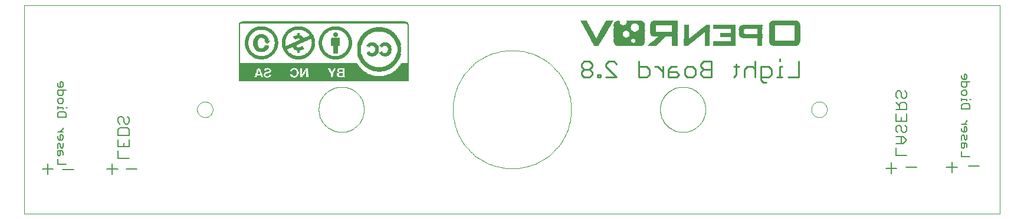
<source format=gbo>
G75*
G70*
%OFA0B0*%
%FSLAX24Y24*%
%IPPOS*%
%LPD*%
%AMOC8*
5,1,8,0,0,1.08239X$1,22.5*
%
%ADD10C,0.0000*%
%ADD11C,0.0080*%
%ADD12C,0.0070*%
%ADD13C,0.0100*%
%ADD14C,0.0050*%
%ADD15R,0.9570X0.0010*%
%ADD16R,0.9590X0.0010*%
%ADD17R,0.9600X0.0010*%
%ADD18R,0.6430X0.0010*%
%ADD19R,0.1400X0.0010*%
%ADD20R,0.1560X0.0010*%
%ADD21R,0.3630X0.0010*%
%ADD22R,0.0370X0.0010*%
%ADD23R,0.1300X0.0010*%
%ADD24R,0.0220X0.0010*%
%ADD25R,0.0260X0.0010*%
%ADD26R,0.1320X0.0010*%
%ADD27R,0.0140X0.0010*%
%ADD28R,0.0290X0.0010*%
%ADD29R,0.0870X0.0010*%
%ADD30R,0.0330X0.0010*%
%ADD31R,0.1280X0.0010*%
%ADD32R,0.0210X0.0010*%
%ADD33R,0.0230X0.0010*%
%ADD34R,0.1270X0.0010*%
%ADD35R,0.0110X0.0010*%
%ADD36R,0.0270X0.0010*%
%ADD37R,0.0300X0.0010*%
%ADD38R,0.1230X0.0010*%
%ADD39R,0.0100X0.0010*%
%ADD40R,0.0280X0.0010*%
%ADD41R,0.0200X0.0010*%
%ADD42R,0.0190X0.0010*%
%ADD43R,0.1210X0.0010*%
%ADD44R,0.0090X0.0010*%
%ADD45R,0.0250X0.0010*%
%ADD46R,0.0880X0.0010*%
%ADD47R,0.0180X0.0010*%
%ADD48R,0.1180X0.0010*%
%ADD49R,0.0080X0.0010*%
%ADD50R,0.0170X0.0010*%
%ADD51R,0.1160X0.0010*%
%ADD52R,0.1570X0.0010*%
%ADD53R,0.1850X0.0010*%
%ADD54R,0.0150X0.0010*%
%ADD55R,0.1140X0.0010*%
%ADD56R,0.0070X0.0010*%
%ADD57R,0.0890X0.0010*%
%ADD58R,0.1480X0.0010*%
%ADD59R,0.1750X0.0010*%
%ADD60R,0.0240X0.0010*%
%ADD61R,0.1120X0.0010*%
%ADD62R,0.0060X0.0010*%
%ADD63R,0.1420X0.0010*%
%ADD64R,0.1690X0.0010*%
%ADD65R,0.1110X0.0010*%
%ADD66R,0.0900X0.0010*%
%ADD67R,0.1370X0.0010*%
%ADD68R,0.1640X0.0010*%
%ADD69R,0.0130X0.0010*%
%ADD70R,0.1100X0.0010*%
%ADD71R,0.1330X0.0010*%
%ADD72R,0.1600X0.0010*%
%ADD73R,0.0160X0.0010*%
%ADD74R,0.0120X0.0010*%
%ADD75R,0.1090X0.0010*%
%ADD76R,0.1290X0.0010*%
%ADD77R,0.1080X0.0010*%
%ADD78R,0.0910X0.0010*%
%ADD79R,0.1250X0.0010*%
%ADD80R,0.1530X0.0010*%
%ADD81R,0.1220X0.0010*%
%ADD82R,0.1500X0.0010*%
%ADD83R,0.1060X0.0010*%
%ADD84R,0.1190X0.0010*%
%ADD85R,0.1470X0.0010*%
%ADD86R,0.0920X0.0010*%
%ADD87R,0.1170X0.0010*%
%ADD88R,0.1440X0.0010*%
%ADD89R,0.1050X0.0010*%
%ADD90R,0.0930X0.0010*%
%ADD91R,0.1390X0.0010*%
%ADD92R,0.1350X0.0010*%
%ADD93R,0.0010X0.0010*%
%ADD94R,0.0940X0.0010*%
%ADD95R,0.0020X0.0010*%
%ADD96R,0.1030X0.0010*%
%ADD97R,0.1310X0.0010*%
%ADD98R,0.1660X0.0010*%
%ADD99R,0.1010X0.0010*%
%ADD100R,0.0030X0.0010*%
%ADD101R,0.1630X0.0010*%
%ADD102R,0.0950X0.0010*%
%ADD103R,0.1000X0.0010*%
%ADD104R,0.0040X0.0010*%
%ADD105R,0.0980X0.0010*%
%ADD106R,0.1260X0.0010*%
%ADD107R,0.0960X0.0010*%
%ADD108R,0.1240X0.0010*%
%ADD109R,0.0050X0.0010*%
%ADD110R,0.1510X0.0010*%
%ADD111R,0.1200X0.0010*%
%ADD112R,0.0970X0.0010*%
%ADD113R,0.1460X0.0010*%
%ADD114R,0.0850X0.0010*%
%ADD115R,0.1130X0.0010*%
%ADD116R,0.1450X0.0010*%
%ADD117R,0.0990X0.0010*%
%ADD118R,0.0840X0.0010*%
%ADD119R,0.0830X0.0010*%
%ADD120R,0.1430X0.0010*%
%ADD121R,0.0410X0.0010*%
%ADD122R,0.0810X0.0010*%
%ADD123R,0.0430X0.0010*%
%ADD124R,0.0800X0.0010*%
%ADD125R,0.0540X0.0010*%
%ADD126R,0.1070X0.0010*%
%ADD127R,0.0450X0.0010*%
%ADD128R,0.0790X0.0010*%
%ADD129R,0.0620X0.0010*%
%ADD130R,0.0770X0.0010*%
%ADD131R,0.0700X0.0010*%
%ADD132R,0.0760X0.0010*%
%ADD133R,0.1040X0.0010*%
%ADD134R,0.0750X0.0010*%
%ADD135R,0.0820X0.0010*%
%ADD136R,0.0740X0.0010*%
%ADD137R,0.1020X0.0010*%
%ADD138R,0.0730X0.0010*%
%ADD139R,0.1150X0.0010*%
%ADD140R,0.0720X0.0010*%
%ADD141R,0.0710X0.0010*%
%ADD142R,0.0690X0.0010*%
%ADD143R,0.0680X0.0010*%
%ADD144R,0.0670X0.0010*%
%ADD145R,0.0660X0.0010*%
%ADD146R,0.0650X0.0010*%
%ADD147R,0.0640X0.0010*%
%ADD148R,0.0630X0.0010*%
%ADD149R,0.0320X0.0010*%
%ADD150R,0.1340X0.0010*%
%ADD151R,0.0360X0.0010*%
%ADD152R,0.0610X0.0010*%
%ADD153R,0.1380X0.0010*%
%ADD154R,0.3720X0.0010*%
%ADD155R,0.1590X0.0010*%
%ADD156R,0.0600X0.0010*%
%ADD157R,0.6850X0.0010*%
%ADD158R,0.0590X0.0010*%
%ADD159R,0.6840X0.0010*%
%ADD160R,0.0580X0.0010*%
%ADD161R,0.6830X0.0010*%
%ADD162R,0.0550X0.0010*%
%ADD163R,0.6820X0.0010*%
%ADD164R,0.0570X0.0010*%
%ADD165R,0.0510X0.0010*%
%ADD166R,0.0520X0.0010*%
%ADD167R,0.0560X0.0010*%
%ADD168R,0.0490X0.0010*%
%ADD169R,0.6810X0.0010*%
%ADD170R,0.0460X0.0010*%
%ADD171R,0.0470X0.0010*%
%ADD172R,0.6800X0.0010*%
%ADD173R,0.6790X0.0010*%
%ADD174R,0.0440X0.0010*%
%ADD175R,0.6780X0.0010*%
%ADD176R,0.0530X0.0010*%
%ADD177R,0.0420X0.0010*%
%ADD178R,0.6770X0.0010*%
%ADD179R,0.0400X0.0010*%
%ADD180R,0.6760X0.0010*%
%ADD181R,0.0390X0.0010*%
%ADD182R,0.0500X0.0010*%
%ADD183R,0.0380X0.0010*%
%ADD184R,0.6750X0.0010*%
%ADD185R,0.6740X0.0010*%
%ADD186R,0.6730X0.0010*%
%ADD187R,0.0480X0.0010*%
%ADD188R,0.0350X0.0010*%
%ADD189R,0.6720X0.0010*%
%ADD190R,0.0340X0.0010*%
%ADD191R,0.6710X0.0010*%
%ADD192R,0.6700X0.0010*%
%ADD193R,0.6690X0.0010*%
%ADD194R,0.6680X0.0010*%
%ADD195R,0.0310X0.0010*%
%ADD196R,0.0780X0.0010*%
%ADD197R,0.0860X0.0010*%
%ADD198R,0.1360X0.0010*%
%ADD199R,0.9530X0.0010*%
%ADD200R,0.9520X0.0010*%
%ADD201R,0.9510X0.0010*%
%ADD202R,0.9490X0.0010*%
%ADD203R,0.9460X0.0010*%
%ADD204R,0.9430X0.0010*%
%ADD205R,0.9390X0.0010*%
%ADD206R,0.9350X0.0010*%
%ADD207R,0.9230X0.0010*%
%ADD208R,0.1540X0.0010*%
%ADD209R,0.1620X0.0010*%
%ADD210R,0.1610X0.0010*%
%ADD211R,0.1650X0.0010*%
%ADD212R,0.1680X0.0010*%
%ADD213R,0.1670X0.0010*%
%ADD214R,0.1700X0.0010*%
%ADD215R,0.1720X0.0010*%
%ADD216R,0.1710X0.0010*%
%ADD217R,0.1730X0.0010*%
%ADD218R,0.1740X0.0010*%
%ADD219R,0.1760X0.0010*%
%ADD220R,0.1490X0.0010*%
%ADD221R,0.1520X0.0010*%
%ADD222R,0.1550X0.0010*%
D10*
X000377Y000280D02*
X055495Y000280D01*
X055495Y012091D01*
X000377Y012091D01*
X000377Y000280D01*
X010135Y006186D02*
X010137Y006227D01*
X010143Y006269D01*
X010152Y006309D01*
X010166Y006348D01*
X010183Y006386D01*
X010203Y006422D01*
X010227Y006456D01*
X010254Y006488D01*
X010284Y006517D01*
X010316Y006543D01*
X010351Y006566D01*
X010387Y006586D01*
X010425Y006602D01*
X010465Y006614D01*
X010506Y006623D01*
X010547Y006628D01*
X010588Y006629D01*
X010630Y006626D01*
X010671Y006619D01*
X010711Y006609D01*
X010750Y006594D01*
X010787Y006576D01*
X010823Y006555D01*
X010857Y006530D01*
X010888Y006503D01*
X010916Y006473D01*
X010941Y006440D01*
X010963Y006404D01*
X010982Y006367D01*
X010997Y006329D01*
X011009Y006289D01*
X011017Y006248D01*
X011021Y006207D01*
X011021Y006165D01*
X011017Y006124D01*
X011009Y006083D01*
X010997Y006043D01*
X010982Y006005D01*
X010963Y005968D01*
X010941Y005932D01*
X010916Y005899D01*
X010888Y005869D01*
X010857Y005842D01*
X010823Y005817D01*
X010787Y005796D01*
X010750Y005778D01*
X010711Y005763D01*
X010671Y005753D01*
X010630Y005746D01*
X010588Y005743D01*
X010547Y005744D01*
X010506Y005749D01*
X010465Y005758D01*
X010425Y005770D01*
X010387Y005786D01*
X010351Y005806D01*
X010316Y005829D01*
X010284Y005855D01*
X010254Y005884D01*
X010227Y005916D01*
X010203Y005950D01*
X010183Y005986D01*
X010166Y006024D01*
X010152Y006063D01*
X010143Y006103D01*
X010137Y006145D01*
X010135Y006186D01*
X017010Y006186D02*
X017012Y006257D01*
X017018Y006328D01*
X017028Y006399D01*
X017042Y006468D01*
X017059Y006537D01*
X017081Y006605D01*
X017106Y006672D01*
X017135Y006737D01*
X017167Y006800D01*
X017203Y006862D01*
X017242Y006921D01*
X017285Y006978D01*
X017330Y007033D01*
X017379Y007085D01*
X017430Y007134D01*
X017484Y007180D01*
X017541Y007224D01*
X017599Y007264D01*
X017660Y007300D01*
X017723Y007334D01*
X017788Y007363D01*
X017854Y007389D01*
X017922Y007412D01*
X017990Y007430D01*
X018060Y007445D01*
X018130Y007456D01*
X018201Y007463D01*
X018272Y007466D01*
X018343Y007465D01*
X018414Y007460D01*
X018485Y007451D01*
X018555Y007438D01*
X018624Y007422D01*
X018692Y007401D01*
X018759Y007377D01*
X018825Y007349D01*
X018888Y007317D01*
X018950Y007282D01*
X019010Y007244D01*
X019068Y007202D01*
X019123Y007158D01*
X019176Y007110D01*
X019226Y007059D01*
X019273Y007006D01*
X019317Y006950D01*
X019358Y006892D01*
X019396Y006831D01*
X019430Y006769D01*
X019460Y006704D01*
X019487Y006639D01*
X019511Y006571D01*
X019530Y006503D01*
X019546Y006434D01*
X019558Y006363D01*
X019566Y006293D01*
X019570Y006222D01*
X019570Y006150D01*
X019566Y006079D01*
X019558Y006009D01*
X019546Y005938D01*
X019530Y005869D01*
X019511Y005801D01*
X019487Y005733D01*
X019460Y005668D01*
X019430Y005603D01*
X019396Y005541D01*
X019358Y005480D01*
X019317Y005422D01*
X019273Y005366D01*
X019226Y005313D01*
X019176Y005262D01*
X019123Y005214D01*
X019068Y005170D01*
X019010Y005128D01*
X018950Y005090D01*
X018888Y005055D01*
X018825Y005023D01*
X018759Y004995D01*
X018692Y004971D01*
X018624Y004950D01*
X018555Y004934D01*
X018485Y004921D01*
X018414Y004912D01*
X018343Y004907D01*
X018272Y004906D01*
X018201Y004909D01*
X018130Y004916D01*
X018060Y004927D01*
X017990Y004942D01*
X017922Y004960D01*
X017854Y004983D01*
X017788Y005009D01*
X017723Y005038D01*
X017660Y005072D01*
X017599Y005108D01*
X017541Y005148D01*
X017484Y005192D01*
X017430Y005238D01*
X017379Y005287D01*
X017330Y005339D01*
X017285Y005394D01*
X017242Y005451D01*
X017203Y005510D01*
X017167Y005572D01*
X017135Y005635D01*
X017106Y005700D01*
X017081Y005767D01*
X017059Y005835D01*
X017042Y005904D01*
X017028Y005973D01*
X017018Y006044D01*
X017012Y006115D01*
X017010Y006186D01*
X024590Y006186D02*
X024594Y006350D01*
X024606Y006514D01*
X024626Y006677D01*
X024654Y006839D01*
X024690Y006999D01*
X024734Y007157D01*
X024786Y007313D01*
X024845Y007466D01*
X024911Y007617D01*
X024985Y007763D01*
X025066Y007906D01*
X025154Y008045D01*
X025248Y008179D01*
X025350Y008309D01*
X025457Y008433D01*
X025570Y008552D01*
X025689Y008665D01*
X025813Y008772D01*
X025943Y008874D01*
X026077Y008968D01*
X026216Y009056D01*
X026359Y009137D01*
X026505Y009211D01*
X026656Y009277D01*
X026809Y009336D01*
X026965Y009388D01*
X027123Y009432D01*
X027283Y009468D01*
X027445Y009496D01*
X027608Y009516D01*
X027772Y009528D01*
X027936Y009532D01*
X028100Y009528D01*
X028264Y009516D01*
X028427Y009496D01*
X028589Y009468D01*
X028749Y009432D01*
X028907Y009388D01*
X029063Y009336D01*
X029216Y009277D01*
X029367Y009211D01*
X029513Y009137D01*
X029656Y009056D01*
X029795Y008968D01*
X029929Y008874D01*
X030059Y008772D01*
X030183Y008665D01*
X030302Y008552D01*
X030415Y008433D01*
X030522Y008309D01*
X030624Y008179D01*
X030718Y008045D01*
X030806Y007906D01*
X030887Y007763D01*
X030961Y007617D01*
X031027Y007466D01*
X031086Y007313D01*
X031138Y007157D01*
X031182Y006999D01*
X031218Y006839D01*
X031246Y006677D01*
X031266Y006514D01*
X031278Y006350D01*
X031282Y006186D01*
X031278Y006022D01*
X031266Y005858D01*
X031246Y005695D01*
X031218Y005533D01*
X031182Y005373D01*
X031138Y005215D01*
X031086Y005059D01*
X031027Y004906D01*
X030961Y004755D01*
X030887Y004609D01*
X030806Y004466D01*
X030718Y004327D01*
X030624Y004193D01*
X030522Y004063D01*
X030415Y003939D01*
X030302Y003820D01*
X030183Y003707D01*
X030059Y003600D01*
X029929Y003498D01*
X029795Y003404D01*
X029656Y003316D01*
X029513Y003235D01*
X029367Y003161D01*
X029216Y003095D01*
X029063Y003036D01*
X028907Y002984D01*
X028749Y002940D01*
X028589Y002904D01*
X028427Y002876D01*
X028264Y002856D01*
X028100Y002844D01*
X027936Y002840D01*
X027772Y002844D01*
X027608Y002856D01*
X027445Y002876D01*
X027283Y002904D01*
X027123Y002940D01*
X026965Y002984D01*
X026809Y003036D01*
X026656Y003095D01*
X026505Y003161D01*
X026359Y003235D01*
X026216Y003316D01*
X026077Y003404D01*
X025943Y003498D01*
X025813Y003600D01*
X025689Y003707D01*
X025570Y003820D01*
X025457Y003939D01*
X025350Y004063D01*
X025248Y004193D01*
X025154Y004327D01*
X025066Y004466D01*
X024985Y004609D01*
X024911Y004755D01*
X024845Y004906D01*
X024786Y005059D01*
X024734Y005215D01*
X024690Y005373D01*
X024654Y005533D01*
X024626Y005695D01*
X024606Y005858D01*
X024594Y006022D01*
X024590Y006186D01*
X036302Y006186D02*
X036304Y006257D01*
X036310Y006328D01*
X036320Y006399D01*
X036334Y006468D01*
X036351Y006537D01*
X036373Y006605D01*
X036398Y006672D01*
X036427Y006737D01*
X036459Y006800D01*
X036495Y006862D01*
X036534Y006921D01*
X036577Y006978D01*
X036622Y007033D01*
X036671Y007085D01*
X036722Y007134D01*
X036776Y007180D01*
X036833Y007224D01*
X036891Y007264D01*
X036952Y007300D01*
X037015Y007334D01*
X037080Y007363D01*
X037146Y007389D01*
X037214Y007412D01*
X037282Y007430D01*
X037352Y007445D01*
X037422Y007456D01*
X037493Y007463D01*
X037564Y007466D01*
X037635Y007465D01*
X037706Y007460D01*
X037777Y007451D01*
X037847Y007438D01*
X037916Y007422D01*
X037984Y007401D01*
X038051Y007377D01*
X038117Y007349D01*
X038180Y007317D01*
X038242Y007282D01*
X038302Y007244D01*
X038360Y007202D01*
X038415Y007158D01*
X038468Y007110D01*
X038518Y007059D01*
X038565Y007006D01*
X038609Y006950D01*
X038650Y006892D01*
X038688Y006831D01*
X038722Y006769D01*
X038752Y006704D01*
X038779Y006639D01*
X038803Y006571D01*
X038822Y006503D01*
X038838Y006434D01*
X038850Y006363D01*
X038858Y006293D01*
X038862Y006222D01*
X038862Y006150D01*
X038858Y006079D01*
X038850Y006009D01*
X038838Y005938D01*
X038822Y005869D01*
X038803Y005801D01*
X038779Y005733D01*
X038752Y005668D01*
X038722Y005603D01*
X038688Y005541D01*
X038650Y005480D01*
X038609Y005422D01*
X038565Y005366D01*
X038518Y005313D01*
X038468Y005262D01*
X038415Y005214D01*
X038360Y005170D01*
X038302Y005128D01*
X038242Y005090D01*
X038180Y005055D01*
X038117Y005023D01*
X038051Y004995D01*
X037984Y004971D01*
X037916Y004950D01*
X037847Y004934D01*
X037777Y004921D01*
X037706Y004912D01*
X037635Y004907D01*
X037564Y004906D01*
X037493Y004909D01*
X037422Y004916D01*
X037352Y004927D01*
X037282Y004942D01*
X037214Y004960D01*
X037146Y004983D01*
X037080Y005009D01*
X037015Y005038D01*
X036952Y005072D01*
X036891Y005108D01*
X036833Y005148D01*
X036776Y005192D01*
X036722Y005238D01*
X036671Y005287D01*
X036622Y005339D01*
X036577Y005394D01*
X036534Y005451D01*
X036495Y005510D01*
X036459Y005572D01*
X036427Y005635D01*
X036398Y005700D01*
X036373Y005767D01*
X036351Y005835D01*
X036334Y005904D01*
X036320Y005973D01*
X036310Y006044D01*
X036304Y006115D01*
X036302Y006186D01*
X044851Y006186D02*
X044853Y006227D01*
X044859Y006269D01*
X044868Y006309D01*
X044882Y006348D01*
X044899Y006386D01*
X044919Y006422D01*
X044943Y006456D01*
X044970Y006488D01*
X045000Y006517D01*
X045032Y006543D01*
X045067Y006566D01*
X045103Y006586D01*
X045141Y006602D01*
X045181Y006614D01*
X045222Y006623D01*
X045263Y006628D01*
X045304Y006629D01*
X045346Y006626D01*
X045387Y006619D01*
X045427Y006609D01*
X045466Y006594D01*
X045503Y006576D01*
X045539Y006555D01*
X045573Y006530D01*
X045604Y006503D01*
X045632Y006473D01*
X045657Y006440D01*
X045679Y006404D01*
X045698Y006367D01*
X045713Y006329D01*
X045725Y006289D01*
X045733Y006248D01*
X045737Y006207D01*
X045737Y006165D01*
X045733Y006124D01*
X045725Y006083D01*
X045713Y006043D01*
X045698Y006005D01*
X045679Y005968D01*
X045657Y005932D01*
X045632Y005899D01*
X045604Y005869D01*
X045573Y005842D01*
X045539Y005817D01*
X045503Y005796D01*
X045466Y005778D01*
X045427Y005763D01*
X045387Y005753D01*
X045346Y005746D01*
X045304Y005743D01*
X045263Y005744D01*
X045222Y005749D01*
X045181Y005758D01*
X045141Y005770D01*
X045103Y005786D01*
X045067Y005806D01*
X045032Y005829D01*
X045000Y005855D01*
X044970Y005884D01*
X044943Y005916D01*
X044919Y005950D01*
X044899Y005986D01*
X044882Y006024D01*
X044868Y006063D01*
X044859Y006103D01*
X044853Y006145D01*
X044851Y006186D01*
D11*
X052787Y003222D02*
X052787Y002609D01*
X053094Y002915D02*
X052480Y002915D01*
X053729Y002968D02*
X054343Y002968D01*
X050808Y002915D02*
X050194Y002915D01*
X049678Y002866D02*
X049064Y002866D01*
X049371Y003173D02*
X049371Y002559D01*
X006735Y002817D02*
X006121Y002817D01*
X005655Y002819D02*
X005041Y002819D01*
X005348Y003126D02*
X005348Y002512D01*
X003162Y002771D02*
X002548Y002771D01*
X002011Y002817D02*
X001397Y002817D01*
X001704Y003124D02*
X001704Y002510D01*
D12*
X005671Y003434D02*
X005671Y003854D01*
X005671Y004078D02*
X005671Y004498D01*
X006301Y004498D02*
X006301Y004078D01*
X005671Y004078D01*
X005986Y004078D02*
X005986Y004288D01*
X005671Y004723D02*
X005671Y005038D01*
X005776Y005143D01*
X006196Y005143D01*
X006301Y005038D01*
X006301Y004723D01*
X005671Y004723D01*
X005776Y005367D02*
X005671Y005472D01*
X005671Y005682D01*
X005776Y005788D01*
X005881Y005788D01*
X005986Y005682D01*
X005986Y005472D01*
X006091Y005367D01*
X006196Y005367D01*
X006301Y005472D01*
X006301Y005682D01*
X006196Y005788D01*
X006301Y003434D02*
X005671Y003434D01*
X049618Y003592D02*
X049618Y004012D01*
X049618Y004236D02*
X050038Y004236D01*
X050248Y004447D01*
X050038Y004657D01*
X049618Y004657D01*
X049933Y004657D02*
X049933Y004236D01*
X050038Y004881D02*
X049933Y004986D01*
X049933Y005196D01*
X049828Y005301D01*
X049723Y005301D01*
X049618Y005196D01*
X049618Y004986D01*
X049723Y004881D01*
X050038Y004881D02*
X050143Y004881D01*
X050248Y004986D01*
X050248Y005196D01*
X050143Y005301D01*
X050248Y005525D02*
X049618Y005525D01*
X049618Y005946D01*
X050248Y005946D02*
X050248Y005525D01*
X049933Y005525D02*
X049933Y005736D01*
X049828Y006170D02*
X049828Y006485D01*
X049933Y006590D01*
X050143Y006590D01*
X050248Y006485D01*
X050248Y006170D01*
X049618Y006170D01*
X049828Y006380D02*
X049618Y006590D01*
X049723Y006815D02*
X049618Y006920D01*
X049618Y007130D01*
X049723Y007235D01*
X049828Y007235D01*
X049933Y007130D01*
X049933Y006920D01*
X050038Y006815D01*
X050143Y006815D01*
X050248Y006920D01*
X050248Y007130D01*
X050143Y007235D01*
X050248Y003592D02*
X049618Y003592D01*
D13*
X042291Y007707D02*
X042141Y007707D01*
X041991Y007857D01*
X041991Y008608D01*
X042441Y008608D01*
X042591Y008458D01*
X042591Y008157D01*
X042441Y008007D01*
X041991Y008007D01*
X041671Y008007D02*
X041671Y008908D01*
X041521Y008608D02*
X041220Y008608D01*
X041070Y008458D01*
X041070Y008007D01*
X040600Y008157D02*
X040450Y008007D01*
X040600Y008157D02*
X040600Y008758D01*
X040750Y008608D02*
X040450Y008608D01*
X041521Y008608D02*
X041671Y008458D01*
X042905Y008007D02*
X043205Y008007D01*
X043055Y008007D02*
X043055Y008608D01*
X043205Y008608D01*
X043055Y008908D02*
X043055Y009058D01*
X044126Y008908D02*
X044126Y008007D01*
X043526Y008007D01*
X039215Y008007D02*
X039215Y008908D01*
X038765Y008908D01*
X038615Y008758D01*
X038615Y008608D01*
X038765Y008458D01*
X039215Y008458D01*
X038765Y008458D02*
X038615Y008307D01*
X038615Y008157D01*
X038765Y008007D01*
X039215Y008007D01*
X038294Y008157D02*
X038144Y008007D01*
X037844Y008007D01*
X037694Y008157D01*
X037694Y008458D01*
X037844Y008608D01*
X038144Y008608D01*
X038294Y008458D01*
X038294Y008157D01*
X037374Y008157D02*
X037224Y008007D01*
X036773Y008007D01*
X036773Y008458D01*
X036923Y008608D01*
X037224Y008608D01*
X036453Y008608D02*
X036453Y008007D01*
X037224Y008307D02*
X037374Y008157D01*
X037224Y008307D02*
X036773Y008307D01*
X036453Y008307D02*
X036153Y008608D01*
X036002Y008608D01*
X035686Y008458D02*
X035535Y008608D01*
X035085Y008608D01*
X035085Y008908D02*
X035085Y008007D01*
X035535Y008007D01*
X035686Y008157D01*
X035686Y008458D01*
X033844Y008758D02*
X033694Y008908D01*
X033394Y008908D01*
X033243Y008758D01*
X033243Y008608D01*
X033844Y008007D01*
X033243Y008007D01*
X032923Y008007D02*
X032923Y008157D01*
X032773Y008157D01*
X032773Y008007D01*
X032923Y008007D01*
X032463Y008157D02*
X032463Y008307D01*
X032313Y008458D01*
X032012Y008458D01*
X031862Y008307D01*
X031862Y008157D01*
X032012Y008007D01*
X032313Y008007D01*
X032463Y008157D01*
X032313Y008458D02*
X032463Y008608D01*
X032463Y008758D01*
X032313Y008908D01*
X032012Y008908D01*
X031862Y008758D01*
X031862Y008608D01*
X032012Y008458D01*
D14*
X053348Y008121D02*
X053348Y007971D01*
X053423Y007896D01*
X053573Y007896D01*
X053648Y007971D01*
X053648Y008121D01*
X053573Y008196D01*
X053498Y008196D01*
X053498Y007896D01*
X053348Y007736D02*
X053348Y007510D01*
X053423Y007435D01*
X053573Y007435D01*
X053648Y007510D01*
X053648Y007736D01*
X053798Y007736D02*
X053348Y007736D01*
X053423Y007275D02*
X053573Y007275D01*
X053648Y007200D01*
X053648Y007050D01*
X053573Y006975D01*
X053423Y006975D01*
X053348Y007050D01*
X053348Y007200D01*
X053423Y007275D01*
X053348Y006818D02*
X053348Y006668D01*
X053348Y006743D02*
X053648Y006743D01*
X053648Y006668D01*
X053798Y006743D02*
X053873Y006743D01*
X053723Y006508D02*
X053423Y006508D01*
X053348Y006433D01*
X053348Y006208D01*
X053798Y006208D01*
X053798Y006433D01*
X053723Y006508D01*
X053648Y005589D02*
X053648Y005514D01*
X053498Y005363D01*
X053348Y005363D02*
X053648Y005363D01*
X053573Y005203D02*
X053498Y005203D01*
X053498Y004903D01*
X053423Y004903D02*
X053573Y004903D01*
X053648Y004978D01*
X053648Y005128D01*
X053573Y005203D01*
X053348Y005128D02*
X053348Y004978D01*
X053423Y004903D01*
X053423Y004743D02*
X053498Y004668D01*
X053498Y004518D01*
X053573Y004443D01*
X053648Y004518D01*
X053648Y004743D01*
X053423Y004743D02*
X053348Y004668D01*
X053348Y004443D01*
X053348Y004283D02*
X053348Y004057D01*
X053423Y003982D01*
X053498Y004057D01*
X053498Y004283D01*
X053573Y004283D02*
X053348Y004283D01*
X053573Y004283D02*
X053648Y004208D01*
X053648Y004057D01*
X053348Y003822D02*
X053348Y003522D01*
X053798Y003522D01*
X002791Y006300D02*
X002716Y006300D01*
X002565Y006300D02*
X002265Y006300D01*
X002265Y006225D02*
X002265Y006375D01*
X002565Y006300D02*
X002565Y006225D01*
X002641Y006065D02*
X002716Y005990D01*
X002716Y005765D01*
X002265Y005765D01*
X002265Y005990D01*
X002340Y006065D01*
X002641Y006065D01*
X002490Y006532D02*
X002340Y006532D01*
X002265Y006607D01*
X002265Y006757D01*
X002340Y006832D01*
X002490Y006832D01*
X002565Y006757D01*
X002565Y006607D01*
X002490Y006532D01*
X002490Y006992D02*
X002565Y007067D01*
X002565Y007293D01*
X002716Y007293D02*
X002265Y007293D01*
X002265Y007067D01*
X002340Y006992D01*
X002490Y006992D01*
X002490Y007453D02*
X002565Y007528D01*
X002565Y007678D01*
X002490Y007753D01*
X002415Y007753D01*
X002415Y007453D01*
X002340Y007453D02*
X002490Y007453D01*
X002340Y007453D02*
X002265Y007528D01*
X002265Y007678D01*
X002565Y005146D02*
X002565Y005071D01*
X002415Y004921D01*
X002265Y004921D02*
X002565Y004921D01*
X002490Y004760D02*
X002415Y004760D01*
X002415Y004460D01*
X002340Y004460D02*
X002490Y004460D01*
X002565Y004535D01*
X002565Y004685D01*
X002490Y004760D01*
X002265Y004685D02*
X002265Y004535D01*
X002340Y004460D01*
X002340Y004300D02*
X002415Y004225D01*
X002415Y004075D01*
X002490Y004000D01*
X002565Y004075D01*
X002565Y004300D01*
X002340Y004300D02*
X002265Y004225D01*
X002265Y004000D01*
X002265Y003840D02*
X002265Y003614D01*
X002340Y003539D01*
X002415Y003614D01*
X002415Y003840D01*
X002490Y003840D02*
X002265Y003840D01*
X002490Y003840D02*
X002565Y003765D01*
X002565Y003614D01*
X002265Y003379D02*
X002265Y003079D01*
X002716Y003079D01*
D15*
X017294Y007786D03*
D16*
X017294Y007796D03*
X017294Y007806D03*
X017294Y007816D03*
D17*
X017299Y007826D03*
X017299Y007836D03*
X017299Y007846D03*
X017299Y007856D03*
X017299Y007866D03*
X017299Y007876D03*
X017299Y007886D03*
X017299Y007896D03*
X017299Y007906D03*
X017299Y007916D03*
X017299Y007926D03*
X017299Y007936D03*
X017299Y007946D03*
X017299Y007956D03*
X017299Y007966D03*
D18*
X018884Y007976D03*
D19*
X020419Y008536D03*
X014869Y007976D03*
D20*
X014979Y008226D03*
X013279Y007976D03*
X019249Y008096D03*
X043346Y011137D03*
D21*
X020284Y008036D03*
X020284Y008026D03*
X020284Y008016D03*
X020284Y008006D03*
X020284Y007996D03*
X020284Y007986D03*
D22*
X017994Y007986D03*
X019724Y008686D03*
X019734Y008676D03*
X021104Y008676D03*
X021114Y008686D03*
X020764Y009226D03*
X020044Y009226D03*
X020034Y009916D03*
X020754Y009916D03*
X021104Y010466D03*
X021094Y010476D03*
X021124Y010456D03*
X019724Y010466D03*
X019714Y010456D03*
X017954Y010846D03*
X015844Y010326D03*
X016544Y010286D03*
X016244Y009206D03*
X015864Y009026D03*
X015484Y009206D03*
X014164Y009206D03*
X013394Y009206D03*
X013944Y008316D03*
X032941Y010297D03*
X032951Y010317D03*
X032961Y010327D03*
X033001Y010397D03*
X033001Y010407D03*
X033021Y010437D03*
X033031Y010447D03*
X033051Y010487D03*
X033051Y010497D03*
X033071Y010527D03*
X033091Y010557D03*
X033101Y010577D03*
X033111Y010587D03*
X033111Y010597D03*
X033111Y010607D03*
X033121Y010617D03*
X033131Y010627D03*
X033141Y010647D03*
X033151Y010657D03*
X033151Y010667D03*
X033161Y010687D03*
X033171Y010697D03*
X033181Y010707D03*
X033181Y010717D03*
X033181Y010727D03*
X033191Y010737D03*
X033201Y010747D03*
X033201Y010757D03*
X033211Y010767D03*
X033211Y010777D03*
X033231Y010807D03*
X033251Y010847D03*
X033261Y010857D03*
X033291Y010907D03*
X033311Y010947D03*
X033401Y011107D03*
X034501Y010957D03*
X034511Y010967D03*
X034561Y011017D03*
X035251Y010957D03*
X035251Y010947D03*
X035921Y010937D03*
X035921Y010567D03*
X035251Y010667D03*
X037841Y009917D03*
X038921Y010807D03*
D23*
X041426Y010807D03*
X041426Y010817D03*
X041426Y010357D03*
X041426Y010347D03*
X020419Y010646D03*
X017049Y007986D03*
D24*
X016189Y007986D03*
X014119Y008136D03*
X014119Y008146D03*
X013879Y008276D03*
X013819Y008436D03*
X016179Y008506D03*
X017749Y008496D03*
X017749Y008486D03*
X018109Y008516D03*
X017979Y008296D03*
X017949Y008236D03*
X017939Y008226D03*
X017939Y008216D03*
X017929Y008206D03*
X017919Y008186D03*
X017919Y008176D03*
X017919Y008166D03*
X017919Y008156D03*
X017919Y008146D03*
X017919Y008136D03*
X017919Y008126D03*
X017919Y008116D03*
X017919Y008106D03*
X017919Y008096D03*
X018249Y008136D03*
X018249Y008146D03*
X020039Y009196D03*
X019819Y009376D03*
X020279Y009436D03*
X020279Y009446D03*
X020289Y009466D03*
X020289Y009476D03*
X020289Y009486D03*
X020289Y009496D03*
X020299Y009516D03*
X020299Y009526D03*
X020299Y009536D03*
X020299Y009546D03*
X020299Y009556D03*
X020299Y009566D03*
X020299Y009576D03*
X020299Y009586D03*
X020299Y009596D03*
X020299Y009606D03*
X020299Y009616D03*
X020299Y009626D03*
X020289Y009636D03*
X020289Y009646D03*
X020289Y009656D03*
X020289Y009666D03*
X020289Y009676D03*
X020279Y009696D03*
X020279Y009706D03*
X020999Y009706D03*
X021009Y009676D03*
X021009Y009666D03*
X021019Y009626D03*
X021019Y009616D03*
X021019Y009606D03*
X021019Y009596D03*
X021019Y009586D03*
X021019Y009576D03*
X021019Y009566D03*
X021019Y009556D03*
X021019Y009546D03*
X021019Y009536D03*
X021019Y009526D03*
X021019Y009516D03*
X021009Y009476D03*
X021009Y009466D03*
X021549Y009426D03*
X021559Y009536D03*
X021559Y009546D03*
X021559Y009556D03*
X021559Y009566D03*
X021559Y009576D03*
X021559Y009586D03*
X021559Y009596D03*
X021559Y009606D03*
X021549Y009716D03*
X020759Y009946D03*
X019299Y009766D03*
X019299Y009756D03*
X019299Y009746D03*
X019289Y009696D03*
X019289Y009686D03*
X019289Y009676D03*
X019289Y009666D03*
X019289Y009656D03*
X019289Y009646D03*
X019289Y009636D03*
X019289Y009626D03*
X019289Y009516D03*
X019289Y009506D03*
X019289Y009496D03*
X019289Y009486D03*
X019289Y009476D03*
X019289Y009466D03*
X019289Y009456D03*
X019289Y009446D03*
X019299Y009386D03*
X019299Y009376D03*
X018619Y009426D03*
X018609Y009416D03*
X018599Y009406D03*
X017299Y009406D03*
X017289Y009416D03*
X017279Y009426D03*
X016539Y009436D03*
X016529Y009426D03*
X016519Y009416D03*
X015209Y009416D03*
X015199Y009426D03*
X015189Y009436D03*
X014459Y009446D03*
X014449Y009436D03*
X014439Y009416D03*
X014429Y009406D03*
X014419Y009396D03*
X014409Y009386D03*
X013129Y009406D03*
X013119Y009416D03*
X013109Y009426D03*
X013779Y009016D03*
X015669Y009696D03*
X014069Y010106D03*
X014429Y010466D03*
X014439Y010456D03*
X014449Y010446D03*
X015199Y010456D03*
X015209Y010466D03*
X015219Y010476D03*
X015229Y010486D03*
X016499Y010486D03*
X016509Y010476D03*
X016519Y010466D03*
X016529Y010456D03*
X016539Y010436D03*
X016549Y010426D03*
X017279Y010446D03*
X017289Y010456D03*
X017299Y010466D03*
X017309Y010476D03*
X018599Y010466D03*
X018609Y010456D03*
X018619Y010446D03*
X013119Y010456D03*
X013109Y010446D03*
X013099Y010436D03*
X020759Y009196D03*
X033896Y011137D03*
X033896Y011147D03*
X038996Y010927D03*
X037766Y009797D03*
D25*
X037786Y009827D03*
X037786Y010177D03*
X037786Y010187D03*
X037786Y010197D03*
X037786Y010207D03*
X037786Y010217D03*
X037786Y010227D03*
X037786Y010237D03*
X037786Y010247D03*
X037786Y010257D03*
X037786Y010267D03*
X037786Y010277D03*
X037786Y010287D03*
X037786Y010297D03*
X037786Y010307D03*
X037786Y010317D03*
X037786Y010327D03*
X037786Y010337D03*
X037786Y010347D03*
X037786Y010357D03*
X037786Y010367D03*
X037786Y010377D03*
X037786Y010387D03*
X037786Y010397D03*
X037786Y010407D03*
X037786Y010417D03*
X037786Y010427D03*
X037786Y010437D03*
X037786Y010447D03*
X037786Y010457D03*
X037786Y010467D03*
X037786Y010477D03*
X037786Y010487D03*
X037786Y010497D03*
X037786Y010507D03*
X037786Y010517D03*
X037786Y010527D03*
X037786Y010537D03*
X037786Y010547D03*
X037786Y010557D03*
X037786Y010567D03*
X037786Y010577D03*
X037786Y010587D03*
X037786Y010597D03*
X037786Y010607D03*
X037786Y010617D03*
X037786Y010627D03*
X037786Y010637D03*
X037786Y010647D03*
X037786Y010657D03*
X037786Y010667D03*
X037786Y010677D03*
X037786Y010687D03*
X037786Y010697D03*
X037786Y010707D03*
X037786Y010717D03*
X037786Y010727D03*
X037786Y010737D03*
X037786Y010747D03*
X037786Y010757D03*
X037786Y010767D03*
X037786Y010777D03*
X037786Y010787D03*
X037786Y010797D03*
X037786Y010807D03*
X037786Y010817D03*
X037786Y010827D03*
X037786Y010837D03*
X037786Y010847D03*
X037786Y010857D03*
X037786Y010867D03*
X037786Y010877D03*
X037786Y010887D03*
X037786Y010897D03*
X037786Y010907D03*
X037786Y010917D03*
X037786Y010927D03*
X037786Y010937D03*
X038976Y010897D03*
X034646Y010587D03*
X034596Y010617D03*
X032706Y009817D03*
X032706Y009807D03*
X032706Y009797D03*
X021449Y010056D03*
X021439Y010076D03*
X021429Y010086D03*
X021429Y010096D03*
X021419Y010106D03*
X021419Y010116D03*
X021409Y010126D03*
X021399Y010146D03*
X020949Y009776D03*
X020569Y009786D03*
X020229Y009776D03*
X019849Y009786D03*
X019389Y010056D03*
X019399Y010076D03*
X019409Y010096D03*
X019419Y010106D03*
X019419Y010116D03*
X019429Y010126D03*
X019429Y010136D03*
X019439Y010146D03*
X018489Y010576D03*
X018479Y010586D03*
X017409Y010576D03*
X017399Y010566D03*
X016579Y010326D03*
X016019Y010196D03*
X016409Y010576D03*
X016419Y010566D03*
X015319Y010576D03*
X015309Y010566D03*
X014319Y010576D03*
X014309Y010586D03*
X013779Y010856D03*
X013239Y010576D03*
X013509Y010196D03*
X013499Y010186D03*
X013489Y010176D03*
X014019Y010196D03*
X014039Y009666D03*
X014029Y009656D03*
X013499Y009676D03*
X013489Y009686D03*
X013219Y009316D03*
X013229Y009306D03*
X015129Y009596D03*
X015319Y009306D03*
X015329Y009296D03*
X016399Y009296D03*
X016409Y009306D03*
X017389Y009316D03*
X017399Y009306D03*
X017409Y009296D03*
X017949Y009016D03*
X018489Y009296D03*
X018499Y009306D03*
X019409Y009046D03*
X019419Y009026D03*
X019429Y009016D03*
X019429Y009006D03*
X019439Y008996D03*
X019449Y008976D03*
X019849Y009356D03*
X020229Y009366D03*
X021449Y009086D03*
X021439Y009066D03*
X021429Y009056D03*
X021429Y009046D03*
X021419Y009036D03*
X021419Y009026D03*
X021409Y009016D03*
X021399Y008996D03*
X017989Y008276D03*
X017939Y008036D03*
X017749Y008516D03*
X015839Y007986D03*
X015629Y008186D03*
X013829Y008476D03*
D26*
X014869Y007986D03*
X020419Y008506D03*
X020419Y010636D03*
X041416Y010737D03*
X041416Y010427D03*
D27*
X033946Y011187D03*
X018069Y008506D03*
X017989Y008366D03*
X017749Y008426D03*
X016229Y008116D03*
X015889Y008066D03*
X015889Y008426D03*
X015889Y008436D03*
X016139Y008386D03*
X016139Y008376D03*
X014119Y008416D03*
X013859Y008236D03*
X013949Y007986D03*
X014109Y008076D03*
D28*
X013624Y007986D03*
X013834Y008486D03*
X014254Y009256D03*
X013284Y009266D03*
X013524Y009646D03*
X014004Y009636D03*
X014084Y010026D03*
X013994Y010216D03*
X013534Y010216D03*
X014264Y010616D03*
X015374Y010616D03*
X016354Y010616D03*
X017464Y010616D03*
X018434Y010616D03*
X019504Y010246D03*
X019514Y010256D03*
X019524Y010266D03*
X017954Y009776D03*
X017954Y009766D03*
X017954Y009756D03*
X017954Y009746D03*
X017954Y009736D03*
X017954Y009726D03*
X017954Y009716D03*
X017954Y009706D03*
X017954Y009696D03*
X017954Y009686D03*
X017954Y009676D03*
X017954Y009666D03*
X017954Y009656D03*
X017954Y009646D03*
X017954Y009636D03*
X017954Y009626D03*
X017954Y009616D03*
X017954Y009606D03*
X017954Y009596D03*
X017954Y009586D03*
X017954Y009576D03*
X017954Y009566D03*
X017954Y009556D03*
X017954Y009546D03*
X017954Y009536D03*
X017954Y009526D03*
X017954Y009516D03*
X017954Y009506D03*
X017954Y009496D03*
X017954Y009486D03*
X017954Y009476D03*
X017954Y009466D03*
X017954Y009456D03*
X017954Y009446D03*
X017954Y009436D03*
X017954Y009426D03*
X017954Y009416D03*
X017954Y009406D03*
X017954Y009396D03*
X017954Y009386D03*
X017954Y009376D03*
X017954Y009366D03*
X017954Y009356D03*
X017954Y009346D03*
X018434Y009256D03*
X017464Y009256D03*
X016344Y009256D03*
X015384Y009256D03*
X015704Y009676D03*
X019504Y008896D03*
X019514Y008886D03*
X019524Y008876D03*
X020764Y009206D03*
X020934Y009356D03*
X020214Y009356D03*
X021304Y008866D03*
X021314Y008876D03*
X021324Y008886D03*
X021324Y008896D03*
X021334Y008906D03*
X021344Y008916D03*
X020424Y008326D03*
X021344Y010226D03*
X021334Y010236D03*
X021324Y010256D03*
X021314Y010266D03*
X033871Y011087D03*
X034671Y010577D03*
X040421Y010577D03*
X040421Y010567D03*
X040421Y010557D03*
X040421Y010547D03*
X040421Y010537D03*
X040421Y010527D03*
X040421Y010517D03*
X040421Y010507D03*
X040421Y010587D03*
X040421Y010597D03*
X040421Y010607D03*
X040421Y010617D03*
X040421Y010627D03*
X040421Y010637D03*
X040421Y010647D03*
X040421Y010657D03*
X040421Y010667D03*
X040421Y010677D03*
X040421Y010687D03*
X040421Y010697D03*
X040421Y010707D03*
X040421Y010717D03*
X040421Y010727D03*
X040421Y010737D03*
X040901Y010687D03*
X040901Y010477D03*
X040421Y010277D03*
X040421Y010267D03*
X040421Y010257D03*
X040421Y010247D03*
X040421Y010237D03*
X040421Y010227D03*
X040421Y010217D03*
X040421Y010207D03*
X040421Y010197D03*
X040421Y010187D03*
X040421Y010177D03*
X040421Y010167D03*
X040421Y010157D03*
X040421Y010147D03*
X040421Y010137D03*
X040421Y010127D03*
X040421Y010117D03*
X040421Y010107D03*
X040421Y010097D03*
X040421Y010087D03*
X040421Y010077D03*
X040421Y010067D03*
X040421Y010057D03*
X040421Y010047D03*
X040421Y010037D03*
X040421Y010027D03*
X040421Y010017D03*
D29*
X035001Y010337D03*
X035001Y010517D03*
X034851Y011167D03*
X021664Y008296D03*
X020424Y008396D03*
X015864Y009116D03*
X012934Y008006D03*
X012934Y007996D03*
X012934Y007986D03*
D30*
X013924Y008306D03*
X014204Y009226D03*
X013784Y009456D03*
X015434Y009226D03*
X016294Y009226D03*
X017514Y009226D03*
X018384Y009226D03*
X020044Y009216D03*
X020764Y009216D03*
X021204Y008756D03*
X019634Y008756D03*
X019624Y008766D03*
X019614Y008776D03*
X017974Y007996D03*
X020034Y009926D03*
X019634Y010386D03*
X019644Y010396D03*
X019654Y010406D03*
X021194Y010396D03*
X021204Y010386D03*
X021214Y010376D03*
X021224Y010366D03*
X017514Y010646D03*
X016304Y010646D03*
X016284Y010656D03*
X015444Y010656D03*
X013774Y010396D03*
X013564Y010226D03*
X014084Y010046D03*
X031991Y011167D03*
X032011Y011137D03*
X032011Y011127D03*
X032031Y011097D03*
X032051Y011057D03*
X032051Y011047D03*
X032071Y011017D03*
X032101Y010977D03*
X032101Y010967D03*
X032121Y010927D03*
X032141Y010897D03*
X032161Y010857D03*
X032181Y010817D03*
X032191Y010807D03*
X032211Y010767D03*
X032221Y010747D03*
X032231Y010737D03*
X032231Y010727D03*
X032251Y010687D03*
X032271Y010657D03*
X032291Y010617D03*
X032301Y010607D03*
X032301Y010597D03*
X032321Y010567D03*
X032341Y010527D03*
X032351Y010507D03*
X032361Y010497D03*
X032361Y010487D03*
X032381Y010447D03*
X032401Y010417D03*
X032411Y010407D03*
X032411Y010397D03*
X032431Y010357D03*
X032451Y010327D03*
X032471Y010287D03*
X032491Y010257D03*
X032491Y010247D03*
X032521Y010207D03*
X032521Y010197D03*
X035271Y010747D03*
X035271Y010757D03*
X035271Y010857D03*
X035271Y010867D03*
X035271Y010877D03*
X035901Y010877D03*
X035901Y010867D03*
X035901Y010857D03*
X035901Y010847D03*
X035901Y010837D03*
X035901Y010827D03*
X035901Y010817D03*
X035901Y010807D03*
X035901Y010797D03*
X035901Y010787D03*
X035901Y010777D03*
X035901Y010767D03*
X035901Y010757D03*
X035901Y010747D03*
X035901Y010737D03*
X035901Y010727D03*
X035901Y010717D03*
X035901Y010707D03*
X035901Y010697D03*
X035901Y010687D03*
X035901Y010677D03*
X035901Y010667D03*
X035901Y010657D03*
X035901Y010647D03*
X035901Y010637D03*
X035901Y010627D03*
X035901Y010617D03*
X035901Y010887D03*
X038941Y010847D03*
X038941Y010837D03*
X040921Y010437D03*
D31*
X041436Y010317D03*
X039926Y010007D03*
X039926Y009997D03*
X039926Y009987D03*
X039926Y009977D03*
X039926Y009967D03*
X039926Y009957D03*
X039926Y009947D03*
X039926Y009937D03*
X039926Y009927D03*
X039926Y009917D03*
X039926Y009907D03*
X039926Y009897D03*
X039926Y009887D03*
X039926Y009877D03*
X039926Y009867D03*
X039926Y009857D03*
X039926Y009847D03*
X039926Y009837D03*
X039926Y009827D03*
X039926Y009817D03*
X039926Y009807D03*
X039926Y009797D03*
X039926Y009787D03*
X020419Y008496D03*
X017049Y008196D03*
X017049Y008186D03*
X017049Y008176D03*
X017049Y008166D03*
X017049Y008156D03*
X017049Y008146D03*
X017049Y008136D03*
X017049Y008126D03*
X017049Y008116D03*
X017049Y008106D03*
X017049Y008096D03*
X017049Y008086D03*
X017049Y008076D03*
X017049Y008066D03*
X017049Y008056D03*
X017049Y008046D03*
X017049Y008036D03*
X017049Y008026D03*
X017049Y008016D03*
X017049Y008006D03*
X017049Y007996D03*
D32*
X016194Y007996D03*
X016194Y008006D03*
X015854Y008006D03*
X015624Y008126D03*
X015624Y008366D03*
X015624Y008376D03*
X015854Y008496D03*
X016174Y008496D03*
X014124Y008156D03*
X014114Y008126D03*
X014114Y008116D03*
X013624Y008096D03*
X013624Y008086D03*
X013624Y008076D03*
X013824Y008426D03*
X014444Y009426D03*
X014464Y009456D03*
X014474Y009466D03*
X014494Y009496D03*
X015114Y009576D03*
X015164Y009466D03*
X015174Y009456D03*
X015184Y009446D03*
X016544Y009446D03*
X016554Y009456D03*
X016574Y009486D03*
X017244Y009476D03*
X017254Y009456D03*
X017264Y009446D03*
X017274Y009436D03*
X018624Y009436D03*
X018634Y009446D03*
X018644Y009456D03*
X018654Y009476D03*
X019834Y009766D03*
X020034Y009946D03*
X018654Y010396D03*
X018644Y010416D03*
X018634Y010426D03*
X018624Y010436D03*
X017954Y010476D03*
X017954Y010326D03*
X017274Y010436D03*
X017264Y010426D03*
X017254Y010406D03*
X017244Y010396D03*
X016594Y010346D03*
X016584Y010376D03*
X016564Y010406D03*
X016554Y010416D03*
X016534Y010446D03*
X015194Y010446D03*
X015184Y010436D03*
X015174Y010426D03*
X015174Y010416D03*
X015164Y010406D03*
X015144Y010376D03*
X014484Y010396D03*
X014474Y010406D03*
X014474Y010416D03*
X014464Y010426D03*
X014454Y010436D03*
X013094Y010426D03*
X013084Y010416D03*
X013064Y010386D03*
X014084Y009986D03*
X015654Y009716D03*
X015654Y009706D03*
X013104Y009436D03*
X013094Y009446D03*
X013084Y009456D03*
X013074Y009476D03*
X018254Y008186D03*
X018254Y008176D03*
X018254Y008166D03*
X018254Y008156D03*
X018254Y008126D03*
X018254Y008116D03*
X020544Y009376D03*
X037761Y009787D03*
D33*
X038991Y010917D03*
X021554Y009706D03*
X021554Y009696D03*
X021554Y009686D03*
X021554Y009676D03*
X021554Y009666D03*
X021554Y009656D03*
X021554Y009646D03*
X021554Y009636D03*
X021554Y009626D03*
X021554Y009616D03*
X021554Y009526D03*
X021554Y009516D03*
X021554Y009506D03*
X021554Y009496D03*
X021554Y009486D03*
X021554Y009476D03*
X021554Y009466D03*
X021554Y009456D03*
X021554Y009446D03*
X021554Y009436D03*
X021544Y009416D03*
X021544Y009406D03*
X021544Y009396D03*
X021544Y009386D03*
X021544Y009376D03*
X021544Y009366D03*
X021534Y009356D03*
X021534Y009346D03*
X021534Y009336D03*
X021534Y009326D03*
X021524Y009296D03*
X021524Y009286D03*
X021514Y009256D03*
X021004Y009446D03*
X021004Y009456D03*
X020994Y009436D03*
X020994Y009426D03*
X021014Y009486D03*
X021014Y009496D03*
X021014Y009506D03*
X021014Y009636D03*
X021014Y009646D03*
X021014Y009656D03*
X021004Y009686D03*
X021004Y009696D03*
X020994Y009716D03*
X020984Y009736D03*
X021514Y009886D03*
X021524Y009856D03*
X021524Y009846D03*
X021534Y009816D03*
X021534Y009806D03*
X021534Y009796D03*
X021534Y009786D03*
X021544Y009776D03*
X021544Y009766D03*
X021544Y009756D03*
X021544Y009746D03*
X021544Y009736D03*
X021544Y009726D03*
X020284Y009686D03*
X020274Y009716D03*
X020264Y009736D03*
X020294Y009506D03*
X020284Y009456D03*
X020274Y009426D03*
X020264Y009406D03*
X020554Y009366D03*
X019834Y009366D03*
X019334Y009226D03*
X019324Y009256D03*
X019324Y009266D03*
X019314Y009286D03*
X019314Y009296D03*
X019314Y009306D03*
X019314Y009316D03*
X019304Y009326D03*
X019304Y009336D03*
X019304Y009346D03*
X019304Y009356D03*
X019304Y009366D03*
X019294Y009396D03*
X019294Y009406D03*
X019294Y009416D03*
X019294Y009426D03*
X019294Y009436D03*
X019284Y009526D03*
X019284Y009536D03*
X019284Y009546D03*
X019284Y009556D03*
X019284Y009566D03*
X019284Y009576D03*
X019284Y009586D03*
X019284Y009596D03*
X019284Y009606D03*
X019284Y009616D03*
X019294Y009706D03*
X019294Y009716D03*
X019294Y009726D03*
X019294Y009736D03*
X019304Y009776D03*
X019304Y009786D03*
X019304Y009796D03*
X019304Y009806D03*
X019314Y009826D03*
X019314Y009836D03*
X019314Y009846D03*
X019324Y009866D03*
X019324Y009876D03*
X019324Y009886D03*
X019334Y009906D03*
X019334Y009916D03*
X018594Y009396D03*
X018584Y009386D03*
X018574Y009376D03*
X018564Y009366D03*
X018554Y009356D03*
X017344Y009356D03*
X017334Y009366D03*
X017324Y009376D03*
X017314Y009386D03*
X017304Y009396D03*
X016514Y009406D03*
X016504Y009396D03*
X016494Y009386D03*
X016484Y009376D03*
X016474Y009366D03*
X015244Y009376D03*
X015234Y009386D03*
X015224Y009396D03*
X015214Y009406D03*
X015864Y009016D03*
X015844Y008506D03*
X015624Y008356D03*
X016184Y008516D03*
X015624Y008146D03*
X015624Y008136D03*
X015844Y007996D03*
X013824Y008446D03*
X013824Y008456D03*
X013624Y008066D03*
X013624Y008056D03*
X013624Y008046D03*
X017924Y008076D03*
X017924Y008086D03*
X017924Y008196D03*
X017954Y008246D03*
X013164Y009366D03*
X013154Y009376D03*
X013144Y009386D03*
X013134Y009396D03*
X014064Y009706D03*
X014064Y009716D03*
X014074Y009736D03*
X014074Y009746D03*
X014074Y009756D03*
X014074Y009766D03*
X014084Y009786D03*
X013434Y009836D03*
X013434Y010016D03*
X013434Y010026D03*
X013434Y010036D03*
X013444Y010066D03*
X013444Y010076D03*
X013454Y010106D03*
X014054Y010146D03*
X014064Y010126D03*
X014064Y010116D03*
X014074Y010096D03*
X014074Y010086D03*
X014074Y010076D03*
X014084Y009996D03*
X014424Y010476D03*
X014414Y010486D03*
X014404Y010496D03*
X014394Y010506D03*
X014384Y010516D03*
X015234Y010496D03*
X015244Y010506D03*
X015254Y010516D03*
X016474Y010516D03*
X016484Y010506D03*
X016494Y010496D03*
X017314Y010486D03*
X017324Y010496D03*
X017334Y010506D03*
X017344Y010516D03*
X017954Y010466D03*
X017954Y010456D03*
X017954Y010356D03*
X017954Y010346D03*
X017954Y010336D03*
X018564Y010506D03*
X018574Y010496D03*
X018584Y010486D03*
X018594Y010476D03*
X017954Y010856D03*
X013154Y010496D03*
X013144Y010486D03*
X013134Y010476D03*
X013124Y010466D03*
D34*
X017044Y008216D03*
X017044Y008206D03*
X019104Y008216D03*
X014874Y007996D03*
X041441Y010307D03*
X043341Y009787D03*
X041441Y010857D03*
X041441Y010867D03*
X043341Y011197D03*
D35*
X017954Y010286D03*
X015854Y010366D03*
X015854Y010376D03*
X015854Y010386D03*
X015854Y010396D03*
X015854Y010406D03*
X015854Y010416D03*
X015854Y010426D03*
X015854Y010436D03*
X015854Y010446D03*
X015854Y010456D03*
X015854Y010466D03*
X015854Y010476D03*
X015854Y010486D03*
X015854Y010496D03*
X014084Y009936D03*
X015854Y009516D03*
X015854Y009506D03*
X015854Y009496D03*
X015854Y009486D03*
X015854Y009476D03*
X015854Y009466D03*
X015854Y009456D03*
X015854Y009446D03*
X015854Y009436D03*
X015854Y009426D03*
X015854Y009416D03*
X015854Y009406D03*
X015854Y009396D03*
X015854Y009386D03*
X018034Y008476D03*
X018044Y008486D03*
X018014Y008446D03*
X018004Y008426D03*
X018004Y008416D03*
X017994Y008406D03*
X016244Y008166D03*
X016124Y008326D03*
X016124Y008336D03*
X015904Y008376D03*
X015904Y008386D03*
X015624Y008416D03*
X015904Y008116D03*
X015904Y008106D03*
X014124Y008426D03*
X013624Y008236D03*
X013624Y008226D03*
X013854Y008206D03*
X013854Y008196D03*
X013934Y007996D03*
D36*
X013624Y007996D03*
X013624Y008006D03*
X015834Y008516D03*
X017944Y008026D03*
X019474Y008936D03*
X019484Y008926D03*
X019464Y008956D03*
X019454Y008966D03*
X019444Y008986D03*
X018474Y009286D03*
X018464Y009276D03*
X017954Y009336D03*
X017424Y009286D03*
X016384Y009286D03*
X016374Y009276D03*
X014314Y009296D03*
X014304Y009286D03*
X013784Y009446D03*
X013254Y009286D03*
X013244Y009296D03*
X013514Y009656D03*
X013504Y009666D03*
X014024Y009646D03*
X014084Y010016D03*
X013774Y010406D03*
X014294Y010596D03*
X015334Y010586D03*
X015864Y010856D03*
X016384Y010596D03*
X016394Y010586D03*
X017424Y010586D03*
X017434Y010596D03*
X018464Y010596D03*
X019464Y010186D03*
X019454Y010176D03*
X019454Y010166D03*
X019444Y010156D03*
X019484Y010216D03*
X021384Y010166D03*
X021394Y010156D03*
X021404Y010136D03*
X020954Y009366D03*
X021404Y009006D03*
X021394Y008986D03*
X021384Y008976D03*
X021374Y008956D03*
X021364Y008946D03*
X013244Y010586D03*
X020424Y010816D03*
X033881Y011097D03*
X033881Y011107D03*
X034581Y010627D03*
X037791Y009837D03*
X038971Y009837D03*
X038971Y009827D03*
X038971Y009817D03*
X038971Y009807D03*
X038971Y009797D03*
X038971Y009787D03*
X038971Y009847D03*
X038971Y009857D03*
X038971Y009867D03*
X038971Y009877D03*
X038971Y009887D03*
X038971Y009897D03*
X038971Y009907D03*
X038971Y009917D03*
X038971Y009927D03*
X038971Y009937D03*
X038971Y009947D03*
X038971Y009957D03*
X038971Y009967D03*
X038971Y009977D03*
X038971Y009987D03*
X038971Y009997D03*
X038971Y010007D03*
X038971Y010017D03*
X038971Y010027D03*
X038971Y010037D03*
X038971Y010047D03*
X038971Y010057D03*
X038971Y010067D03*
X038971Y010077D03*
X038971Y010087D03*
X038971Y010097D03*
X038971Y010107D03*
X038971Y010117D03*
X038971Y010127D03*
X038971Y010137D03*
X038971Y010147D03*
X038971Y010157D03*
X038971Y010167D03*
X038971Y010177D03*
X038971Y010187D03*
X038971Y010197D03*
X038971Y010207D03*
X038971Y010217D03*
X038971Y010227D03*
X038971Y010237D03*
X038971Y010247D03*
X038971Y010257D03*
X038971Y010267D03*
X038971Y010277D03*
X038971Y010287D03*
X038971Y010297D03*
X038971Y010307D03*
X038971Y010317D03*
X038971Y010327D03*
X038971Y010337D03*
X038971Y010347D03*
X038971Y010357D03*
X038971Y010367D03*
X038971Y010377D03*
X038971Y010387D03*
X038971Y010397D03*
X038971Y010407D03*
X038971Y010417D03*
X038971Y010427D03*
X038971Y010437D03*
X038971Y010447D03*
X038971Y010457D03*
X038971Y010467D03*
X038971Y010477D03*
X038971Y010487D03*
X038971Y010497D03*
X038971Y010507D03*
X038971Y010517D03*
X038971Y010527D03*
X038971Y010537D03*
X038971Y010547D03*
X038971Y010887D03*
X040891Y010647D03*
X040891Y010637D03*
X040891Y010627D03*
X040891Y010617D03*
X040891Y010607D03*
X040891Y010597D03*
X040891Y010587D03*
X040891Y010577D03*
X040891Y010567D03*
X040891Y010557D03*
X040891Y010547D03*
X040891Y010537D03*
X040891Y010527D03*
X040891Y010517D03*
X041941Y010517D03*
X041941Y010507D03*
X041941Y010497D03*
X041941Y010487D03*
X041941Y010477D03*
X041941Y010467D03*
X041941Y010457D03*
X041941Y010447D03*
X041941Y010437D03*
X041941Y010527D03*
X041941Y010537D03*
X041941Y010547D03*
X041941Y010557D03*
X041941Y010567D03*
X041941Y010577D03*
X041941Y010587D03*
X041941Y010597D03*
X041941Y010607D03*
X041941Y010617D03*
X041941Y010627D03*
X041941Y010637D03*
X041941Y010647D03*
X041941Y010657D03*
X041941Y010667D03*
X041941Y010677D03*
X041941Y010687D03*
X041941Y010697D03*
X041941Y010707D03*
X041941Y010717D03*
X041941Y010727D03*
X041941Y010217D03*
X041941Y010207D03*
X041941Y010197D03*
X041941Y010187D03*
X041941Y010177D03*
X041941Y010167D03*
X041941Y010157D03*
X041941Y010147D03*
X041941Y010137D03*
X041941Y010127D03*
X041941Y010117D03*
X041941Y010107D03*
X041941Y010097D03*
X041941Y010087D03*
X041941Y010077D03*
X041941Y010067D03*
X041941Y010057D03*
X041941Y010047D03*
X041941Y010037D03*
X041941Y010027D03*
X041941Y010017D03*
X041941Y010007D03*
X041941Y009997D03*
X041941Y009987D03*
X041941Y009977D03*
X041941Y009967D03*
X041941Y009957D03*
X041941Y009947D03*
X041941Y009937D03*
X041941Y009927D03*
X041941Y009917D03*
X041941Y009907D03*
X041941Y009897D03*
X041941Y009887D03*
X041941Y009877D03*
X041941Y009867D03*
X041941Y009857D03*
X041941Y009847D03*
X041941Y009837D03*
X041941Y009827D03*
X041941Y009817D03*
X041941Y009807D03*
X041941Y009797D03*
X041941Y009787D03*
X041941Y009777D03*
D37*
X040906Y010457D03*
X040906Y010467D03*
X040906Y010697D03*
X040906Y010707D03*
X038956Y010867D03*
X037806Y009857D03*
X032706Y009837D03*
X032706Y009827D03*
X021329Y010246D03*
X021309Y010276D03*
X021299Y010286D03*
X021289Y010296D03*
X021279Y010306D03*
X019559Y010306D03*
X019549Y010296D03*
X019539Y010286D03*
X019529Y010276D03*
X018419Y010626D03*
X017479Y010626D03*
X016339Y010626D03*
X015389Y010626D03*
X014249Y010626D03*
X013309Y010626D03*
X013539Y009636D03*
X013299Y009256D03*
X014239Y009246D03*
X015399Y009246D03*
X015869Y009536D03*
X016329Y009246D03*
X018419Y009246D03*
X019529Y008866D03*
X019539Y008856D03*
X019549Y008846D03*
X019559Y008836D03*
X021259Y008816D03*
X021269Y008826D03*
X021279Y008836D03*
X021289Y008846D03*
X021299Y008856D03*
X017959Y008006D03*
X013839Y008496D03*
D38*
X014874Y008006D03*
X017024Y008276D03*
X017024Y008286D03*
X020424Y010666D03*
X041461Y010897D03*
X041461Y010267D03*
D39*
X022029Y011026D03*
X022019Y011036D03*
X016059Y009716D03*
X015859Y009376D03*
X019839Y009416D03*
X020559Y009416D03*
X018029Y008466D03*
X018019Y008456D03*
X018009Y008436D03*
X017749Y008396D03*
X017749Y008386D03*
X016249Y008186D03*
X016249Y008176D03*
X016119Y008316D03*
X015909Y008356D03*
X015909Y008366D03*
X015909Y008146D03*
X015909Y008136D03*
X015909Y008126D03*
X013919Y008006D03*
X012559Y011026D03*
X012569Y011036D03*
D40*
X013259Y010596D03*
X013279Y010606D03*
X013289Y010616D03*
X014279Y010606D03*
X015349Y010596D03*
X015359Y010606D03*
X016369Y010606D03*
X016569Y010316D03*
X017449Y010606D03*
X018449Y010606D03*
X019469Y010196D03*
X019479Y010206D03*
X019489Y010226D03*
X019499Y010236D03*
X020039Y009936D03*
X020219Y009786D03*
X020759Y009936D03*
X020939Y009786D03*
X021379Y010176D03*
X021369Y010186D03*
X021369Y010196D03*
X021359Y010206D03*
X021349Y010216D03*
X020039Y009206D03*
X018449Y009266D03*
X017449Y009266D03*
X017439Y009276D03*
X016359Y009266D03*
X015369Y009266D03*
X015359Y009276D03*
X015339Y009286D03*
X014289Y009276D03*
X014269Y009266D03*
X013269Y009276D03*
X015139Y009606D03*
X016009Y009676D03*
X014009Y010206D03*
X013519Y010206D03*
X019469Y008946D03*
X019489Y008916D03*
X019499Y008906D03*
X021349Y008926D03*
X021359Y008936D03*
X021379Y008966D03*
X017949Y008016D03*
X013909Y008296D03*
X037796Y009847D03*
X040896Y010487D03*
X040896Y010497D03*
X040896Y010507D03*
X040896Y010657D03*
X040896Y010667D03*
X040896Y010677D03*
X038966Y010877D03*
D41*
X039006Y010937D03*
X039006Y010947D03*
X033906Y011157D03*
X020559Y009766D03*
X018699Y009546D03*
X018689Y009526D03*
X018679Y009516D03*
X018679Y009506D03*
X018669Y009496D03*
X018659Y009486D03*
X018649Y009466D03*
X017249Y009466D03*
X017239Y009486D03*
X017229Y009496D03*
X017219Y009516D03*
X016609Y009546D03*
X016599Y009526D03*
X016589Y009506D03*
X016579Y009496D03*
X016569Y009476D03*
X016559Y009466D03*
X016039Y009686D03*
X015159Y009476D03*
X015149Y009486D03*
X015149Y009496D03*
X015139Y009506D03*
X015129Y009526D03*
X014529Y009556D03*
X014519Y009536D03*
X014509Y009516D03*
X014499Y009506D03*
X014489Y009486D03*
X014479Y009476D03*
X013079Y009466D03*
X013069Y009486D03*
X013059Y009496D03*
X013049Y009506D03*
X013049Y009516D03*
X013039Y009526D03*
X013029Y010326D03*
X013039Y010346D03*
X013049Y010366D03*
X013059Y010376D03*
X013069Y010396D03*
X013079Y010406D03*
X014489Y010386D03*
X014499Y010376D03*
X014509Y010356D03*
X015129Y010356D03*
X015139Y010366D03*
X015149Y010386D03*
X015159Y010396D03*
X016569Y010396D03*
X016579Y010386D03*
X016589Y010366D03*
X016599Y010356D03*
X017209Y010336D03*
X017219Y010356D03*
X017229Y010366D03*
X017229Y010376D03*
X017239Y010386D03*
X017259Y010416D03*
X017949Y010486D03*
X018649Y010406D03*
X018659Y010386D03*
X018669Y010376D03*
X018679Y010366D03*
X018679Y010356D03*
X018689Y010346D03*
X018699Y010326D03*
X017749Y008476D03*
X017979Y008306D03*
X018259Y008196D03*
X018259Y008106D03*
X018259Y008096D03*
X016199Y008026D03*
X016199Y008016D03*
X014109Y008106D03*
X013819Y008406D03*
X013819Y008416D03*
X015859Y008486D03*
X016169Y008486D03*
X016169Y008476D03*
D42*
X016164Y008466D03*
X016164Y008456D03*
X015624Y008386D03*
X015624Y008116D03*
X015864Y008016D03*
X016204Y008036D03*
X018264Y008206D03*
X018264Y008336D03*
X018264Y008346D03*
X018264Y008356D03*
X018264Y008366D03*
X018264Y008376D03*
X018264Y008386D03*
X018264Y008396D03*
X014114Y008356D03*
X013874Y008266D03*
X013824Y008386D03*
X013824Y008396D03*
X013784Y009436D03*
X014514Y009526D03*
X014524Y009546D03*
X014534Y009566D03*
X014544Y009576D03*
X014544Y009586D03*
X014554Y009606D03*
X014564Y009626D03*
X015104Y009566D03*
X015114Y009556D03*
X015114Y009546D03*
X015124Y009536D03*
X015134Y009516D03*
X016594Y009516D03*
X016604Y009536D03*
X016614Y009556D03*
X016624Y009566D03*
X016624Y009576D03*
X016634Y009586D03*
X016634Y009596D03*
X016644Y009616D03*
X016654Y009636D03*
X017164Y009626D03*
X017174Y009606D03*
X017184Y009576D03*
X017194Y009566D03*
X017194Y009556D03*
X017204Y009546D03*
X017204Y009536D03*
X017214Y009526D03*
X017224Y009506D03*
X018694Y009536D03*
X018704Y009556D03*
X018714Y009566D03*
X018714Y009576D03*
X018724Y009596D03*
X018734Y009616D03*
X019824Y009386D03*
X020544Y009386D03*
X018724Y010276D03*
X018714Y010296D03*
X018704Y010306D03*
X018704Y010316D03*
X018694Y010336D03*
X017954Y010316D03*
X017954Y010496D03*
X017214Y010346D03*
X017204Y010326D03*
X017194Y010316D03*
X017194Y010306D03*
X017184Y010296D03*
X017184Y010286D03*
X017174Y010266D03*
X015124Y010336D03*
X015124Y010346D03*
X015114Y010326D03*
X015114Y010316D03*
X015104Y010306D03*
X015094Y010286D03*
X015084Y010256D03*
X014564Y010246D03*
X014554Y010276D03*
X014544Y010296D03*
X014534Y010306D03*
X014534Y010316D03*
X014524Y010326D03*
X014524Y010336D03*
X014514Y010346D03*
X014504Y010366D03*
X013774Y010416D03*
X013044Y010356D03*
X013034Y010336D03*
X013024Y010316D03*
X013014Y010306D03*
X013014Y010296D03*
X013004Y010276D03*
X014084Y009976D03*
X013014Y009576D03*
X013024Y009566D03*
X013024Y009556D03*
X013034Y009546D03*
X013034Y009536D03*
X013004Y009596D03*
X037751Y009777D03*
D43*
X041471Y010257D03*
X017014Y008316D03*
X017014Y008306D03*
X014874Y008016D03*
D44*
X013914Y008016D03*
X013854Y008166D03*
X013854Y008176D03*
X013854Y008186D03*
X013624Y008246D03*
X013624Y008256D03*
X013624Y008266D03*
X015914Y008316D03*
X015914Y008326D03*
X015914Y008336D03*
X015914Y008346D03*
X016114Y008306D03*
X016114Y008296D03*
X016254Y008206D03*
X016254Y008196D03*
X015914Y008186D03*
X015914Y008176D03*
X015914Y008166D03*
X015914Y008156D03*
X022054Y008786D03*
X022054Y008796D03*
X022054Y008806D03*
X022054Y008816D03*
X022054Y008826D03*
X022054Y008836D03*
X022054Y008846D03*
X022054Y008856D03*
X022054Y008866D03*
X022054Y008876D03*
X022054Y008886D03*
X022054Y008896D03*
X022054Y008906D03*
X022054Y008916D03*
X022054Y008926D03*
X022054Y008936D03*
X022054Y008946D03*
X022054Y008956D03*
X022054Y008966D03*
X022054Y008976D03*
X022054Y008986D03*
X022054Y008996D03*
X022054Y009006D03*
X022054Y009016D03*
X022054Y009026D03*
X022054Y009036D03*
X022054Y009046D03*
X022054Y009056D03*
X022054Y009066D03*
X022054Y009076D03*
X022054Y009086D03*
X022054Y009096D03*
X022054Y009106D03*
X022054Y009116D03*
X022054Y009126D03*
X022054Y009136D03*
X022054Y009146D03*
X022054Y009156D03*
X022054Y009166D03*
X022054Y009176D03*
X022054Y009186D03*
X022054Y009196D03*
X022054Y009206D03*
X022054Y009216D03*
X022054Y009226D03*
X022054Y009236D03*
X022054Y009246D03*
X022054Y009256D03*
X022054Y009266D03*
X022054Y009276D03*
X022054Y009286D03*
X022054Y009296D03*
X022054Y009306D03*
X022054Y009316D03*
X022054Y009326D03*
X022054Y009336D03*
X022054Y009346D03*
X022054Y009356D03*
X022054Y009366D03*
X022054Y009376D03*
X022054Y009386D03*
X022054Y009396D03*
X022054Y009406D03*
X022054Y009416D03*
X022054Y009426D03*
X022054Y009436D03*
X022054Y009446D03*
X022054Y009456D03*
X022054Y009466D03*
X022054Y009476D03*
X022054Y009486D03*
X022054Y009496D03*
X022054Y009506D03*
X022054Y009516D03*
X022054Y009526D03*
X022054Y009536D03*
X022054Y009546D03*
X022054Y009556D03*
X022054Y009566D03*
X022054Y009576D03*
X022054Y009586D03*
X022054Y009596D03*
X022054Y009606D03*
X022054Y009616D03*
X022054Y009626D03*
X022054Y009636D03*
X022054Y009646D03*
X022054Y009656D03*
X022054Y009666D03*
X022054Y009676D03*
X022054Y009686D03*
X022054Y009696D03*
X022054Y009706D03*
X022054Y009716D03*
X022054Y009726D03*
X022054Y009736D03*
X022054Y009746D03*
X022054Y009756D03*
X022054Y009766D03*
X022054Y009776D03*
X022054Y009786D03*
X022054Y009796D03*
X022054Y009806D03*
X022054Y009816D03*
X022054Y009826D03*
X022054Y009836D03*
X022054Y009846D03*
X022054Y009856D03*
X022054Y009866D03*
X022054Y009876D03*
X022054Y009886D03*
X022054Y009896D03*
X022054Y009906D03*
X022054Y009916D03*
X022054Y009926D03*
X022054Y009936D03*
X022054Y009946D03*
X022054Y009956D03*
X022054Y009966D03*
X022054Y009976D03*
X022054Y009986D03*
X022054Y009996D03*
X022054Y010006D03*
X022054Y010016D03*
X022054Y010026D03*
X022054Y010036D03*
X022054Y010046D03*
X022054Y010056D03*
X022054Y010066D03*
X022054Y010076D03*
X022054Y010086D03*
X022054Y010096D03*
X022054Y010106D03*
X022054Y010116D03*
X022054Y010126D03*
X022054Y010136D03*
X022054Y010146D03*
X022054Y010156D03*
X022054Y010166D03*
X022054Y010176D03*
X022054Y010186D03*
X022054Y010196D03*
X022054Y010206D03*
X022054Y010216D03*
X022054Y010226D03*
X022054Y010236D03*
X022054Y010246D03*
X022054Y010256D03*
X022054Y010266D03*
X022054Y010276D03*
X022054Y010286D03*
X022054Y010296D03*
X022054Y010306D03*
X022054Y010316D03*
X022054Y010326D03*
X022054Y010336D03*
X022054Y010346D03*
X022054Y010356D03*
X022054Y010366D03*
X022054Y010376D03*
X022054Y010386D03*
X022054Y010396D03*
X022054Y010406D03*
X022054Y010416D03*
X022054Y010426D03*
X022054Y010436D03*
X022054Y010446D03*
X022054Y010456D03*
X022054Y010466D03*
X022054Y010476D03*
X022054Y010486D03*
X022054Y010496D03*
X022054Y010506D03*
X022054Y010516D03*
X022054Y010526D03*
X022054Y010536D03*
X022054Y010546D03*
X022054Y010556D03*
X022054Y010566D03*
X022054Y010576D03*
X022054Y010586D03*
X022054Y010596D03*
X022054Y010606D03*
X022054Y010616D03*
X022054Y010626D03*
X022054Y010636D03*
X022054Y010646D03*
X022054Y010656D03*
X022054Y010666D03*
X022054Y010676D03*
X022054Y010686D03*
X022054Y010696D03*
X022054Y010706D03*
X022054Y010716D03*
X022054Y010726D03*
X022054Y010736D03*
X022054Y010746D03*
X022054Y010756D03*
X022054Y010766D03*
X022054Y010776D03*
X022054Y010786D03*
X022054Y010796D03*
X022054Y010806D03*
X022054Y010816D03*
X022054Y010826D03*
X022054Y010836D03*
X022054Y010846D03*
X022054Y010856D03*
X022054Y010866D03*
X022054Y010876D03*
X022054Y010886D03*
X022054Y010896D03*
X022054Y010906D03*
X022054Y010916D03*
X022054Y010926D03*
X022054Y010936D03*
X022054Y010946D03*
X022044Y010996D03*
X022044Y011006D03*
X022034Y011016D03*
X017954Y010526D03*
X015704Y010176D03*
X014084Y009926D03*
X012554Y011016D03*
X012544Y011006D03*
X019854Y009726D03*
X020574Y009726D03*
D45*
X020244Y009766D03*
X020964Y009766D03*
X021464Y010016D03*
X021464Y010026D03*
X021454Y010036D03*
X021454Y010046D03*
X021444Y010066D03*
X021474Y010006D03*
X021474Y009996D03*
X021484Y009976D03*
X019404Y010086D03*
X019394Y010066D03*
X019384Y010046D03*
X019384Y010036D03*
X019374Y010026D03*
X019374Y010016D03*
X019364Y009996D03*
X017954Y010366D03*
X017954Y010376D03*
X017954Y010386D03*
X017954Y010396D03*
X017954Y010406D03*
X017954Y010416D03*
X017954Y010426D03*
X017954Y010436D03*
X017954Y010446D03*
X018504Y010566D03*
X018514Y010556D03*
X018524Y010546D03*
X017384Y010556D03*
X017374Y010546D03*
X017364Y010536D03*
X016434Y010556D03*
X015294Y010556D03*
X015284Y010546D03*
X014354Y010546D03*
X014344Y010556D03*
X014334Y010566D03*
X013224Y010566D03*
X013214Y010556D03*
X014034Y010186D03*
X013484Y010166D03*
X014084Y010006D03*
X013484Y009696D03*
X013474Y009706D03*
X013474Y009716D03*
X013464Y009726D03*
X013464Y009736D03*
X013454Y009756D03*
X014044Y009676D03*
X014344Y009326D03*
X014334Y009316D03*
X014324Y009306D03*
X015284Y009336D03*
X015294Y009326D03*
X015304Y009316D03*
X016424Y009316D03*
X016434Y009326D03*
X016444Y009336D03*
X017354Y009346D03*
X017364Y009336D03*
X017374Y009326D03*
X018514Y009316D03*
X018524Y009326D03*
X018534Y009336D03*
X019374Y009116D03*
X019384Y009096D03*
X019384Y009086D03*
X019394Y009076D03*
X019394Y009066D03*
X019404Y009056D03*
X019414Y009036D03*
X020244Y009376D03*
X020574Y009356D03*
X020964Y009376D03*
X020974Y009386D03*
X021474Y009146D03*
X021474Y009136D03*
X021464Y009126D03*
X021464Y009116D03*
X021454Y009106D03*
X021454Y009096D03*
X021444Y009076D03*
X021484Y009166D03*
X017984Y008266D03*
X017934Y008046D03*
X015624Y008176D03*
X015624Y008336D03*
X013894Y008286D03*
X013824Y008466D03*
X013624Y008036D03*
X013624Y008026D03*
X013624Y008016D03*
X013204Y009326D03*
X013194Y009336D03*
X013184Y009346D03*
X033881Y011117D03*
X034621Y010607D03*
X034631Y010597D03*
D46*
X034996Y010547D03*
X034996Y010537D03*
X034996Y010527D03*
X034996Y010327D03*
X034996Y010317D03*
X034866Y011157D03*
X021659Y008286D03*
X017949Y009116D03*
X012939Y008036D03*
X012939Y008026D03*
X012939Y008016D03*
X013779Y010756D03*
X017949Y010756D03*
X020419Y010746D03*
D47*
X018759Y010196D03*
X018759Y010186D03*
X018759Y010176D03*
X018769Y010156D03*
X018769Y010146D03*
X018779Y010106D03*
X018749Y010206D03*
X018749Y010216D03*
X018749Y010226D03*
X018739Y010236D03*
X018739Y010246D03*
X018729Y010256D03*
X018729Y010266D03*
X018719Y010286D03*
X017179Y010276D03*
X017169Y010256D03*
X017169Y010246D03*
X017159Y010236D03*
X017159Y010226D03*
X017149Y010216D03*
X017149Y010206D03*
X017149Y010196D03*
X017139Y010176D03*
X017139Y010166D03*
X017129Y010126D03*
X016689Y010126D03*
X016679Y010156D03*
X016679Y010166D03*
X015729Y010196D03*
X015099Y010296D03*
X015089Y010276D03*
X015089Y010266D03*
X015079Y010246D03*
X015079Y010236D03*
X015069Y010226D03*
X015069Y010216D03*
X015059Y010196D03*
X015059Y010186D03*
X015049Y010156D03*
X015039Y010106D03*
X014599Y010136D03*
X014599Y010146D03*
X014589Y010176D03*
X014589Y010186D03*
X014579Y010206D03*
X014579Y010216D03*
X014569Y010226D03*
X014569Y010236D03*
X014559Y010256D03*
X014559Y010266D03*
X014549Y010286D03*
X013009Y010286D03*
X012999Y010266D03*
X012999Y010256D03*
X012989Y010246D03*
X012989Y010236D03*
X012989Y010226D03*
X012979Y010216D03*
X012979Y010206D03*
X012969Y010186D03*
X012969Y010176D03*
X012959Y010136D03*
X012959Y009736D03*
X012969Y009696D03*
X012969Y009686D03*
X012979Y009666D03*
X012979Y009656D03*
X012989Y009646D03*
X012989Y009636D03*
X012989Y009626D03*
X012999Y009616D03*
X012999Y009606D03*
X013009Y009586D03*
X014549Y009596D03*
X014559Y009616D03*
X014569Y009636D03*
X014569Y009646D03*
X014579Y009656D03*
X014579Y009666D03*
X014579Y009676D03*
X014589Y009686D03*
X014589Y009696D03*
X014589Y009706D03*
X014599Y009736D03*
X016639Y009606D03*
X016649Y009626D03*
X016659Y009646D03*
X016659Y009656D03*
X016669Y009666D03*
X016669Y009676D03*
X016669Y009686D03*
X016679Y009706D03*
X016679Y009716D03*
X016689Y009746D03*
X016689Y009756D03*
X017129Y009746D03*
X017139Y009706D03*
X017139Y009696D03*
X017149Y009676D03*
X017149Y009666D03*
X017149Y009656D03*
X017159Y009646D03*
X017159Y009636D03*
X017169Y009616D03*
X017179Y009596D03*
X017179Y009586D03*
X018719Y009586D03*
X018729Y009606D03*
X018739Y009626D03*
X018739Y009636D03*
X018749Y009646D03*
X018749Y009656D03*
X018749Y009666D03*
X018759Y009676D03*
X018759Y009686D03*
X018759Y009696D03*
X018769Y009716D03*
X018769Y009726D03*
X018779Y009766D03*
X019839Y009756D03*
X015869Y008476D03*
X016159Y008446D03*
X015619Y008106D03*
X015869Y008026D03*
X016209Y008046D03*
X016209Y008056D03*
X017749Y008456D03*
X017749Y008466D03*
X017979Y008326D03*
X017979Y008316D03*
X018269Y008326D03*
X018269Y008406D03*
X018269Y008086D03*
X014119Y008366D03*
X014119Y008376D03*
X014119Y008386D03*
X013829Y008356D03*
X014109Y008096D03*
X033916Y011167D03*
D48*
X041486Y010927D03*
X041486Y010237D03*
X020419Y008466D03*
X016999Y008366D03*
X016999Y008356D03*
X014869Y008466D03*
X014869Y008026D03*
D49*
X015619Y008076D03*
X015919Y008196D03*
X015919Y008206D03*
X015919Y008216D03*
X015919Y008226D03*
X015919Y008236D03*
X015919Y008246D03*
X015919Y008256D03*
X015919Y008266D03*
X015919Y008276D03*
X015919Y008286D03*
X015919Y008296D03*
X015919Y008306D03*
X016109Y008286D03*
X016259Y008216D03*
X017749Y008376D03*
X013909Y008026D03*
X013899Y008036D03*
X013859Y008156D03*
X012539Y008786D03*
X012539Y008796D03*
X012539Y008806D03*
X012539Y008816D03*
X012539Y008826D03*
X012539Y008836D03*
X012539Y008846D03*
X012539Y008856D03*
X012539Y008866D03*
X012539Y008876D03*
X012539Y008886D03*
X012539Y008896D03*
X012539Y008906D03*
X012539Y008916D03*
X012539Y008926D03*
X012539Y008936D03*
X012539Y008946D03*
X012539Y008956D03*
X012539Y008966D03*
X012539Y008976D03*
X012539Y008986D03*
X012539Y008996D03*
X012539Y009006D03*
X012539Y009016D03*
X012539Y009026D03*
X012539Y009036D03*
X012539Y009046D03*
X012539Y009056D03*
X012539Y009066D03*
X012539Y009076D03*
X012539Y009086D03*
X012539Y009096D03*
X012539Y009106D03*
X012539Y009116D03*
X012539Y009126D03*
X012539Y009136D03*
X012539Y009146D03*
X012539Y009156D03*
X012539Y009166D03*
X012539Y009176D03*
X012539Y009186D03*
X012539Y009196D03*
X012539Y009206D03*
X012539Y009216D03*
X012539Y009226D03*
X012539Y009236D03*
X012539Y009246D03*
X012539Y009256D03*
X012539Y009266D03*
X012539Y009276D03*
X012539Y009286D03*
X012539Y009296D03*
X012539Y009306D03*
X012539Y009316D03*
X012539Y009326D03*
X012539Y009336D03*
X012539Y009346D03*
X012539Y009356D03*
X012539Y009366D03*
X012539Y009376D03*
X012539Y009386D03*
X012539Y009396D03*
X012539Y009406D03*
X012539Y009416D03*
X012539Y009426D03*
X012539Y009436D03*
X012539Y009446D03*
X012539Y009456D03*
X012539Y009466D03*
X012539Y009476D03*
X012539Y009486D03*
X012539Y009496D03*
X012539Y009506D03*
X012539Y009516D03*
X012539Y009526D03*
X012539Y009536D03*
X012539Y009546D03*
X012539Y009556D03*
X012539Y009566D03*
X012539Y009576D03*
X012539Y009586D03*
X012539Y009596D03*
X012539Y009606D03*
X012539Y009616D03*
X012539Y009626D03*
X012539Y009636D03*
X012539Y009646D03*
X012539Y009656D03*
X012539Y009666D03*
X012539Y009676D03*
X012539Y009686D03*
X012539Y009696D03*
X012539Y009706D03*
X012539Y009716D03*
X012539Y009726D03*
X012539Y009736D03*
X012539Y009746D03*
X012539Y009756D03*
X012539Y009766D03*
X012539Y009776D03*
X012539Y009786D03*
X012539Y009796D03*
X012539Y009806D03*
X012539Y009816D03*
X012539Y009826D03*
X012539Y009836D03*
X012539Y009846D03*
X012539Y009856D03*
X012539Y009866D03*
X012539Y009876D03*
X012539Y009886D03*
X012539Y009896D03*
X012539Y009906D03*
X012539Y009916D03*
X012539Y009926D03*
X012539Y009936D03*
X012539Y009946D03*
X012539Y009956D03*
X012539Y009966D03*
X012539Y009976D03*
X012539Y009986D03*
X012539Y009996D03*
X012539Y010006D03*
X012539Y010016D03*
X012539Y010026D03*
X012539Y010036D03*
X012539Y010046D03*
X012539Y010056D03*
X012539Y010066D03*
X012539Y010076D03*
X012539Y010086D03*
X012539Y010096D03*
X012539Y010106D03*
X012539Y010116D03*
X012539Y010126D03*
X012539Y010136D03*
X012539Y010146D03*
X012539Y010156D03*
X012539Y010166D03*
X012539Y010176D03*
X012539Y010186D03*
X012539Y010196D03*
X012539Y010206D03*
X012539Y010216D03*
X012539Y010226D03*
X012539Y010236D03*
X012539Y010246D03*
X012539Y010256D03*
X012539Y010266D03*
X012539Y010276D03*
X012539Y010286D03*
X012539Y010296D03*
X012539Y010306D03*
X012539Y010316D03*
X012539Y010326D03*
X012539Y010336D03*
X012539Y010346D03*
X012539Y010356D03*
X012539Y010366D03*
X012539Y010376D03*
X012539Y010386D03*
X012539Y010396D03*
X012539Y010406D03*
X012539Y010416D03*
X012539Y010426D03*
X012539Y010436D03*
X012539Y010446D03*
X012539Y010456D03*
X012539Y010466D03*
X012539Y010476D03*
X012539Y010486D03*
X012539Y010496D03*
X012539Y010506D03*
X012539Y010516D03*
X012539Y010526D03*
X012539Y010536D03*
X012539Y010546D03*
X012539Y010556D03*
X012539Y010566D03*
X012539Y010576D03*
X012539Y010586D03*
X012539Y010596D03*
X012539Y010606D03*
X012539Y010616D03*
X012539Y010626D03*
X012539Y010636D03*
X012539Y010646D03*
X012539Y010656D03*
X012539Y010666D03*
X012539Y010676D03*
X012539Y010686D03*
X012539Y010696D03*
X012539Y010706D03*
X012539Y010716D03*
X012539Y010726D03*
X012539Y010736D03*
X012539Y010746D03*
X012539Y010756D03*
X012539Y010766D03*
X012539Y010776D03*
X012539Y010786D03*
X012539Y010796D03*
X012539Y010806D03*
X012539Y010816D03*
X012539Y010826D03*
X012539Y010836D03*
X012539Y010846D03*
X012539Y010856D03*
X012539Y010866D03*
X012539Y010876D03*
X012539Y010886D03*
X012539Y010896D03*
X012539Y010906D03*
X012539Y010916D03*
X012539Y010926D03*
X012539Y010936D03*
X012539Y010946D03*
X012539Y010956D03*
X012539Y010966D03*
X012539Y010976D03*
X012539Y010986D03*
X012539Y010996D03*
X016059Y009726D03*
X022049Y010956D03*
X022049Y010966D03*
X022049Y010976D03*
X022049Y010986D03*
D50*
X018774Y010136D03*
X018774Y010126D03*
X018774Y010116D03*
X018784Y010096D03*
X018784Y010086D03*
X018784Y010076D03*
X018784Y010066D03*
X018784Y010056D03*
X018784Y010046D03*
X018794Y010036D03*
X018794Y010026D03*
X018794Y010016D03*
X018794Y010006D03*
X018794Y009996D03*
X018794Y009986D03*
X018794Y009976D03*
X018794Y009966D03*
X018794Y009956D03*
X018794Y009946D03*
X018794Y009936D03*
X018794Y009926D03*
X018794Y009916D03*
X018794Y009906D03*
X018794Y009896D03*
X018794Y009886D03*
X018794Y009876D03*
X018794Y009866D03*
X018794Y009856D03*
X018794Y009846D03*
X018794Y009836D03*
X018784Y009826D03*
X018784Y009816D03*
X018784Y009806D03*
X018784Y009796D03*
X018784Y009786D03*
X018784Y009776D03*
X018774Y009756D03*
X018774Y009746D03*
X018774Y009736D03*
X018764Y009706D03*
X018764Y010166D03*
X017954Y010306D03*
X017144Y010186D03*
X017134Y010156D03*
X017134Y010146D03*
X017134Y010136D03*
X017124Y010116D03*
X017124Y010106D03*
X017124Y010096D03*
X017124Y010086D03*
X017124Y010076D03*
X017114Y010066D03*
X017114Y010056D03*
X017114Y010046D03*
X017114Y010036D03*
X017114Y010026D03*
X017114Y010016D03*
X017114Y010006D03*
X017114Y009996D03*
X017114Y009986D03*
X017114Y009976D03*
X017114Y009966D03*
X017114Y009956D03*
X017114Y009906D03*
X017114Y009896D03*
X017114Y009886D03*
X017114Y009876D03*
X017114Y009866D03*
X017114Y009856D03*
X017114Y009846D03*
X017114Y009836D03*
X017114Y009826D03*
X017114Y009816D03*
X017114Y009806D03*
X017124Y009796D03*
X017124Y009786D03*
X017124Y009776D03*
X017124Y009766D03*
X017124Y009756D03*
X017134Y009736D03*
X017134Y009726D03*
X017134Y009716D03*
X017144Y009686D03*
X016694Y009766D03*
X016694Y009776D03*
X016694Y009786D03*
X016694Y009796D03*
X016704Y009816D03*
X016704Y009826D03*
X016704Y009836D03*
X016704Y009846D03*
X016704Y009856D03*
X016704Y009866D03*
X016704Y009876D03*
X016704Y009886D03*
X016704Y009896D03*
X016704Y009906D03*
X016704Y009976D03*
X016704Y009986D03*
X016704Y009996D03*
X016704Y010006D03*
X016704Y010016D03*
X016704Y010026D03*
X016704Y010036D03*
X016704Y010046D03*
X016704Y010056D03*
X016704Y010066D03*
X016694Y010076D03*
X016694Y010086D03*
X016694Y010096D03*
X016694Y010106D03*
X016694Y010116D03*
X016684Y010136D03*
X016684Y010146D03*
X016674Y010176D03*
X016684Y009736D03*
X016684Y009726D03*
X016674Y009696D03*
X015044Y009746D03*
X015044Y009756D03*
X015034Y009766D03*
X015034Y009776D03*
X015034Y009786D03*
X015034Y009796D03*
X015034Y009806D03*
X015034Y009816D03*
X015024Y009836D03*
X015024Y009846D03*
X015024Y009856D03*
X015024Y009866D03*
X015024Y009876D03*
X015024Y009886D03*
X015024Y009896D03*
X015024Y009906D03*
X015024Y009916D03*
X015024Y009926D03*
X015024Y009936D03*
X015024Y009946D03*
X015024Y009956D03*
X015024Y009966D03*
X015024Y009976D03*
X015024Y009986D03*
X015024Y009996D03*
X015024Y010006D03*
X015024Y010016D03*
X015024Y010026D03*
X015024Y010036D03*
X015034Y010046D03*
X015034Y010056D03*
X015034Y010066D03*
X015034Y010076D03*
X015034Y010086D03*
X015034Y010096D03*
X015044Y010116D03*
X015044Y010126D03*
X015044Y010136D03*
X015044Y010146D03*
X015054Y010166D03*
X015054Y010176D03*
X015064Y010206D03*
X014614Y010086D03*
X014614Y010076D03*
X014614Y010066D03*
X014614Y010056D03*
X014614Y010046D03*
X014614Y010036D03*
X014614Y010026D03*
X014624Y010006D03*
X014624Y009996D03*
X014624Y009986D03*
X014624Y009976D03*
X014624Y009966D03*
X014624Y009956D03*
X014624Y009946D03*
X014624Y009936D03*
X014624Y009926D03*
X014624Y009916D03*
X014624Y009906D03*
X014624Y009896D03*
X014624Y009886D03*
X014624Y009876D03*
X014624Y009866D03*
X014614Y009846D03*
X014614Y009836D03*
X014614Y009826D03*
X014614Y009816D03*
X014614Y009806D03*
X014614Y009796D03*
X014614Y009786D03*
X014604Y009776D03*
X014604Y009766D03*
X014604Y009756D03*
X014604Y009746D03*
X014594Y009726D03*
X014594Y009716D03*
X014084Y009966D03*
X014604Y010096D03*
X014604Y010106D03*
X014604Y010116D03*
X014604Y010126D03*
X014594Y010156D03*
X014594Y010166D03*
X014584Y010196D03*
X012974Y010196D03*
X012964Y010166D03*
X012964Y010156D03*
X012964Y010146D03*
X012954Y010126D03*
X012954Y010116D03*
X012954Y010106D03*
X012954Y010096D03*
X012944Y010086D03*
X012944Y010076D03*
X012944Y010066D03*
X012944Y010056D03*
X012944Y010046D03*
X012944Y010036D03*
X012944Y010026D03*
X012934Y009986D03*
X012934Y009976D03*
X012934Y009966D03*
X012934Y009956D03*
X012934Y009946D03*
X012934Y009936D03*
X012934Y009926D03*
X012934Y009916D03*
X012934Y009906D03*
X012934Y009896D03*
X012944Y009846D03*
X012944Y009836D03*
X012944Y009826D03*
X012944Y009816D03*
X012944Y009806D03*
X012944Y009796D03*
X012954Y009776D03*
X012954Y009766D03*
X012954Y009756D03*
X012954Y009746D03*
X012964Y009726D03*
X012964Y009716D03*
X012964Y009706D03*
X012974Y009676D03*
X013824Y008376D03*
X013824Y008366D03*
X013864Y008256D03*
X014124Y008396D03*
X015624Y008396D03*
X015874Y008466D03*
X016154Y008436D03*
X016154Y008426D03*
X016214Y008076D03*
X016214Y008066D03*
X015874Y008036D03*
X018274Y008316D03*
X020564Y009756D03*
D51*
X020419Y010686D03*
X016989Y008396D03*
X019049Y008286D03*
X014869Y008456D03*
X014869Y008036D03*
D52*
X021314Y008046D03*
X034561Y009827D03*
X043341Y009847D03*
D53*
X019394Y008046D03*
D54*
X018284Y008306D03*
X017984Y008356D03*
X016224Y008106D03*
X016224Y008096D03*
X015884Y008056D03*
X015884Y008046D03*
X015884Y008446D03*
X015624Y008406D03*
X016144Y008406D03*
X016144Y008396D03*
X019844Y009746D03*
X020564Y009746D03*
X017954Y010296D03*
X017954Y010506D03*
X014084Y009956D03*
D55*
X014869Y008446D03*
X014869Y008046D03*
X016979Y008426D03*
X016979Y008436D03*
X019039Y008296D03*
X020419Y008456D03*
X021529Y008146D03*
D56*
X017754Y008366D03*
X016264Y008236D03*
X016264Y008226D03*
X016104Y008266D03*
X016104Y008276D03*
X014104Y008066D03*
X013894Y008046D03*
X013864Y008116D03*
X013864Y008126D03*
X013854Y008146D03*
X013624Y008276D03*
X013624Y008286D03*
X013624Y008296D03*
X019844Y009426D03*
X020564Y009426D03*
X020584Y009716D03*
X019864Y009716D03*
X014084Y009916D03*
D57*
X015864Y010756D03*
X012944Y008056D03*
X012944Y008046D03*
X034991Y010307D03*
X034991Y010557D03*
D58*
X036546Y011117D03*
X021359Y008056D03*
X015019Y008266D03*
D59*
X019344Y008056D03*
D60*
X017989Y008286D03*
X017969Y008256D03*
X017929Y008066D03*
X017929Y008056D03*
X017749Y008506D03*
X015629Y008346D03*
X015629Y008166D03*
X015629Y008156D03*
X019339Y009196D03*
X019339Y009206D03*
X019339Y009216D03*
X019329Y009236D03*
X019329Y009246D03*
X019319Y009276D03*
X019349Y009186D03*
X019349Y009176D03*
X019349Y009166D03*
X019359Y009156D03*
X019359Y009146D03*
X019369Y009136D03*
X019369Y009126D03*
X019379Y009106D03*
X018549Y009346D03*
X019309Y009816D03*
X019319Y009856D03*
X019329Y009896D03*
X019339Y009926D03*
X019339Y009936D03*
X019349Y009946D03*
X019349Y009956D03*
X019349Y009966D03*
X019359Y009976D03*
X019359Y009986D03*
X019369Y010006D03*
X019839Y009776D03*
X020249Y009756D03*
X020259Y009746D03*
X020269Y009726D03*
X020559Y009776D03*
X020969Y009756D03*
X020979Y009746D03*
X020989Y009726D03*
X021509Y009896D03*
X021509Y009906D03*
X021509Y009916D03*
X021499Y009926D03*
X021499Y009936D03*
X021499Y009946D03*
X021489Y009956D03*
X021489Y009966D03*
X021479Y009986D03*
X021519Y009876D03*
X021519Y009866D03*
X021529Y009836D03*
X021529Y009826D03*
X020989Y009416D03*
X020989Y009406D03*
X020979Y009396D03*
X021499Y009216D03*
X021499Y009206D03*
X021499Y009196D03*
X021489Y009186D03*
X021489Y009176D03*
X021479Y009156D03*
X021509Y009226D03*
X021509Y009236D03*
X021509Y009246D03*
X021519Y009266D03*
X021519Y009276D03*
X021529Y009306D03*
X021529Y009316D03*
X020269Y009416D03*
X020259Y009396D03*
X020249Y009386D03*
X016469Y009356D03*
X016459Y009346D03*
X015869Y009526D03*
X015679Y009686D03*
X015119Y009586D03*
X015249Y009366D03*
X015259Y009356D03*
X015269Y009346D03*
X014399Y009376D03*
X014389Y009366D03*
X014379Y009356D03*
X014369Y009346D03*
X014359Y009336D03*
X014049Y009686D03*
X014059Y009696D03*
X014069Y009726D03*
X014079Y009776D03*
X013459Y009746D03*
X013449Y009766D03*
X013449Y009776D03*
X013449Y009786D03*
X013439Y009796D03*
X013439Y009806D03*
X013439Y009816D03*
X013439Y009826D03*
X013429Y009846D03*
X013429Y009856D03*
X013429Y009866D03*
X013429Y009876D03*
X013429Y009886D03*
X013429Y009896D03*
X013429Y009906D03*
X013429Y009916D03*
X013429Y009926D03*
X013429Y009936D03*
X013429Y009946D03*
X013429Y009956D03*
X013429Y009966D03*
X013429Y009976D03*
X013429Y009986D03*
X013429Y009996D03*
X013429Y010006D03*
X013439Y010046D03*
X013439Y010056D03*
X013449Y010086D03*
X013449Y010096D03*
X013459Y010116D03*
X013459Y010126D03*
X013469Y010136D03*
X013469Y010146D03*
X013479Y010156D03*
X014039Y010176D03*
X014049Y010166D03*
X014049Y010156D03*
X014059Y010136D03*
X014379Y010526D03*
X014369Y010536D03*
X015269Y010526D03*
X015279Y010536D03*
X015849Y010346D03*
X016439Y010546D03*
X016449Y010536D03*
X016459Y010526D03*
X016589Y010336D03*
X017349Y010526D03*
X018539Y010536D03*
X018549Y010526D03*
X018559Y010516D03*
X013199Y010546D03*
X013189Y010536D03*
X013179Y010526D03*
X013169Y010516D03*
X013159Y010506D03*
X013169Y009356D03*
X032706Y009787D03*
X037776Y009807D03*
X037776Y009817D03*
X038986Y010907D03*
X033886Y011127D03*
D61*
X041516Y010937D03*
X021539Y008156D03*
X019029Y008316D03*
X016969Y008456D03*
X016969Y008466D03*
X014869Y008056D03*
X020419Y010696D03*
D62*
X015699Y010166D03*
X017749Y008356D03*
X016269Y008246D03*
X016099Y008246D03*
X016099Y008256D03*
X013889Y008056D03*
X013879Y008066D03*
X013879Y008076D03*
X013869Y008086D03*
X013869Y008096D03*
X013869Y008106D03*
X013859Y008136D03*
D63*
X019179Y008146D03*
X021389Y008066D03*
X020419Y010606D03*
X036576Y010327D03*
X036576Y011167D03*
X043346Y011177D03*
D64*
X043341Y011047D03*
X019314Y008066D03*
D65*
X016964Y008476D03*
X016964Y008486D03*
X014864Y008426D03*
X014874Y008066D03*
X041521Y010227D03*
D66*
X034986Y010287D03*
X034986Y010297D03*
X034876Y011147D03*
X021649Y008276D03*
X018919Y008516D03*
X013779Y009126D03*
X012949Y008086D03*
X012949Y008076D03*
X012949Y008066D03*
D67*
X014704Y008166D03*
X019154Y008166D03*
X021414Y008076D03*
X043351Y009797D03*
X043351Y011187D03*
D68*
X043346Y011097D03*
X019289Y008076D03*
D69*
X017984Y008376D03*
X018054Y008496D03*
X017754Y008416D03*
X016234Y008136D03*
X016234Y008126D03*
X015894Y008076D03*
X015624Y008086D03*
X015894Y008416D03*
X016134Y008366D03*
X013854Y008226D03*
X013624Y008216D03*
X013624Y008206D03*
X013624Y008196D03*
X019834Y009406D03*
X020554Y009406D03*
X016054Y009706D03*
X014084Y009946D03*
X015854Y010356D03*
X017954Y010516D03*
D70*
X016949Y008516D03*
X016959Y008496D03*
X019019Y008326D03*
X020419Y008446D03*
X021549Y008166D03*
X014869Y008076D03*
X014859Y008416D03*
D71*
X014724Y008186D03*
X019134Y008186D03*
X021434Y008086D03*
X036621Y011197D03*
D72*
X043346Y011117D03*
X019269Y008086D03*
X014959Y008216D03*
D73*
X015619Y008096D03*
X016219Y008086D03*
X016149Y008416D03*
X015879Y008456D03*
X014119Y008406D03*
X013859Y008246D03*
X014109Y008086D03*
X017749Y008436D03*
X017749Y008446D03*
X017979Y008346D03*
X017979Y008336D03*
X018279Y008416D03*
X018279Y008216D03*
X019829Y009396D03*
X020549Y009396D03*
X017109Y009916D03*
X017109Y009926D03*
X017109Y009936D03*
X017109Y009946D03*
X016709Y009946D03*
X016709Y009936D03*
X016709Y009926D03*
X016709Y009916D03*
X016709Y009956D03*
X016709Y009966D03*
X016699Y009806D03*
X016049Y009696D03*
X015029Y009826D03*
X014619Y009856D03*
X014619Y010016D03*
X012939Y010016D03*
X012939Y010006D03*
X012939Y009996D03*
X012939Y009886D03*
X012939Y009876D03*
X012939Y009866D03*
X012939Y009856D03*
X012949Y009786D03*
X033936Y011177D03*
D74*
X022009Y011046D03*
X020759Y009956D03*
X020569Y009736D03*
X019849Y009736D03*
X020039Y009956D03*
X020039Y009186D03*
X020759Y009186D03*
X017989Y008396D03*
X017989Y008386D03*
X017749Y008406D03*
X016239Y008156D03*
X016239Y008146D03*
X015899Y008096D03*
X015899Y008086D03*
X015899Y008396D03*
X015899Y008406D03*
X016129Y008356D03*
X016129Y008346D03*
X013859Y008216D03*
X015709Y010186D03*
X012579Y011046D03*
D75*
X016954Y008506D03*
X019014Y008336D03*
X014874Y008086D03*
X014864Y008396D03*
X014864Y008406D03*
D76*
X014874Y008506D03*
X019114Y008206D03*
X021454Y008096D03*
X041431Y010327D03*
X041431Y010337D03*
X041431Y010827D03*
X041431Y010837D03*
X041431Y010847D03*
D77*
X034216Y010177D03*
X021559Y008176D03*
X019009Y008346D03*
X014869Y008106D03*
X014869Y008096D03*
X014859Y008336D03*
X014859Y008366D03*
X014859Y008376D03*
X014859Y008386D03*
X013779Y010696D03*
D78*
X017954Y010746D03*
X017954Y009126D03*
X015864Y009126D03*
X018924Y008506D03*
X018924Y008496D03*
X021644Y008266D03*
X012954Y008116D03*
X012954Y008106D03*
X012954Y008096D03*
X034881Y011137D03*
D79*
X021474Y008106D03*
X019094Y008226D03*
X017034Y008246D03*
X014874Y008496D03*
D80*
X014994Y008236D03*
X019234Y008106D03*
X036521Y010437D03*
X036521Y010447D03*
X036521Y010457D03*
X036521Y011017D03*
X036521Y011027D03*
X036521Y011037D03*
X036521Y011047D03*
X043341Y009827D03*
D81*
X041466Y010907D03*
X021489Y008116D03*
X020419Y008476D03*
X019079Y008246D03*
X017019Y008296D03*
X014869Y008486D03*
D82*
X015009Y008256D03*
X019219Y008116D03*
X043346Y011157D03*
D83*
X034226Y009937D03*
X020419Y008436D03*
X018999Y008356D03*
X017949Y009176D03*
X014869Y008136D03*
X014869Y008126D03*
X014869Y008116D03*
X013029Y008496D03*
X013029Y008506D03*
X013779Y009176D03*
D84*
X017004Y008346D03*
X019064Y008266D03*
X021504Y008126D03*
D85*
X019204Y008126D03*
X015024Y008276D03*
X036551Y010357D03*
X036551Y011127D03*
X043341Y011167D03*
X043341Y009817D03*
D86*
X034976Y010277D03*
X018929Y008486D03*
X012959Y008136D03*
X012959Y008126D03*
X013779Y010746D03*
X015869Y010746D03*
D87*
X016994Y008386D03*
X016994Y008376D03*
X019054Y008276D03*
X021514Y008136D03*
D88*
X020419Y008546D03*
X019189Y008136D03*
X015029Y008316D03*
X014879Y008526D03*
X020419Y010596D03*
X034556Y009787D03*
X036566Y010337D03*
D89*
X034201Y010167D03*
X021574Y008186D03*
X018994Y008366D03*
X015864Y009176D03*
X013024Y008486D03*
X013024Y008476D03*
X014864Y008156D03*
X014864Y008146D03*
X015864Y010706D03*
D90*
X015864Y009136D03*
X018934Y008476D03*
X020424Y008406D03*
X021634Y008256D03*
X012964Y008166D03*
X012964Y008156D03*
X012964Y008146D03*
X034971Y010267D03*
D91*
X020424Y010616D03*
X019164Y008156D03*
D92*
X019144Y008176D03*
X014874Y008516D03*
X014714Y008176D03*
D93*
X013624Y008366D03*
X013624Y008376D03*
X016074Y008176D03*
X016294Y008326D03*
X016294Y008336D03*
X017754Y008316D03*
X013784Y009426D03*
X019874Y009696D03*
X020594Y009696D03*
D94*
X017949Y009136D03*
X018939Y008466D03*
X021629Y008246D03*
X013779Y009136D03*
X012969Y008196D03*
X012969Y008186D03*
X012969Y008176D03*
X017949Y010736D03*
X020419Y010736D03*
X034886Y011117D03*
X034886Y011127D03*
D95*
X020579Y009446D03*
X019859Y009446D03*
X017749Y008326D03*
X016289Y008316D03*
X016289Y008306D03*
X016079Y008196D03*
X016079Y008186D03*
X013619Y008356D03*
D96*
X013014Y008416D03*
X013014Y008426D03*
X013014Y008436D03*
X013774Y009166D03*
X015864Y009166D03*
X018984Y008386D03*
X021584Y008196D03*
X020424Y010716D03*
X034191Y010637D03*
X034201Y009957D03*
D97*
X041421Y010367D03*
X041421Y010377D03*
X041421Y010387D03*
X041421Y010397D03*
X041421Y010407D03*
X041421Y010417D03*
X041421Y010747D03*
X041421Y010757D03*
X041421Y010767D03*
X041421Y010777D03*
X041421Y010787D03*
X041421Y010797D03*
X019124Y008196D03*
D98*
X014929Y008196D03*
X034556Y009877D03*
X043346Y009897D03*
X043346Y011087D03*
D99*
X034181Y010657D03*
X034181Y010127D03*
X034181Y009987D03*
X034191Y009977D03*
X021594Y008206D03*
X017954Y009156D03*
X013004Y008386D03*
X013004Y008376D03*
X013004Y008366D03*
X017954Y010716D03*
D100*
X017954Y010276D03*
X016064Y009746D03*
X015694Y010156D03*
X014084Y009896D03*
X013624Y008346D03*
X013624Y008336D03*
X016084Y008206D03*
X016284Y008296D03*
D101*
X014944Y008206D03*
X034561Y009857D03*
D102*
X034961Y010257D03*
X018944Y008456D03*
X012974Y008216D03*
X012974Y008206D03*
X015864Y010736D03*
D103*
X013779Y009156D03*
X012999Y008356D03*
X012999Y008346D03*
X012999Y008336D03*
X018969Y008406D03*
X021599Y008216D03*
X034176Y009997D03*
X034176Y010007D03*
X034176Y010107D03*
X034176Y010117D03*
X034176Y010667D03*
X034906Y011057D03*
D104*
X020589Y009706D03*
X019869Y009706D03*
X017749Y008346D03*
X017749Y008336D03*
X016279Y008286D03*
X016279Y008276D03*
X016089Y008226D03*
X016089Y008216D03*
X015619Y008426D03*
D105*
X012989Y008296D03*
X012989Y008286D03*
X017949Y009146D03*
X018959Y008426D03*
X020419Y008416D03*
X021609Y008226D03*
X020419Y010726D03*
X017949Y010726D03*
X013779Y010726D03*
X034166Y010707D03*
X034166Y010917D03*
X034896Y011087D03*
D106*
X039936Y010937D03*
X039936Y010927D03*
X039936Y010917D03*
X039936Y010907D03*
X039936Y010897D03*
X039936Y010887D03*
X039936Y010877D03*
X039936Y010867D03*
X039936Y010857D03*
X039936Y010847D03*
X039936Y010837D03*
X039936Y010827D03*
X039936Y010817D03*
X039936Y010807D03*
X039936Y010797D03*
X039936Y010787D03*
X039936Y010777D03*
X039936Y010767D03*
X039936Y010757D03*
X039936Y010747D03*
X041446Y010877D03*
X041446Y010297D03*
X041446Y010287D03*
X020419Y010656D03*
X017039Y008236D03*
X017039Y008226D03*
D107*
X018949Y008446D03*
X021619Y008236D03*
X013779Y009146D03*
X012979Y008246D03*
X012979Y008236D03*
X012979Y008226D03*
X013779Y010736D03*
X034156Y010767D03*
X034156Y010777D03*
X034156Y010787D03*
X034156Y010797D03*
X034156Y010807D03*
X034156Y010817D03*
X034156Y010827D03*
X034156Y010837D03*
X034156Y010847D03*
X034156Y010857D03*
X034896Y011097D03*
X034896Y011107D03*
X034956Y010247D03*
D108*
X041456Y010277D03*
X041456Y010887D03*
X020419Y008486D03*
X019089Y008236D03*
X017029Y008256D03*
X017029Y008266D03*
D109*
X016274Y008266D03*
X016274Y008256D03*
X016094Y008236D03*
X013624Y008306D03*
X013624Y008316D03*
X013624Y008326D03*
X019854Y009436D03*
X020574Y009436D03*
X016064Y009736D03*
X014084Y009906D03*
X036051Y009777D03*
D110*
X034561Y009807D03*
X036531Y010397D03*
X036531Y010407D03*
X036531Y011067D03*
X036531Y011077D03*
X036531Y011087D03*
X015004Y008246D03*
D111*
X014869Y008476D03*
X017009Y008336D03*
X017009Y008326D03*
X019069Y008256D03*
X020419Y010676D03*
X041476Y010917D03*
X041476Y010247D03*
D112*
X034161Y010717D03*
X034161Y010727D03*
X034161Y010737D03*
X034161Y010747D03*
X034161Y010757D03*
X034161Y010867D03*
X034161Y010877D03*
X034161Y010887D03*
X034161Y010897D03*
X034161Y010907D03*
X018954Y008436D03*
X015864Y009146D03*
X012984Y008276D03*
X012984Y008266D03*
X012984Y008256D03*
D113*
X015029Y008286D03*
X015029Y008296D03*
X034556Y009797D03*
X036556Y010347D03*
X036556Y011137D03*
D114*
X035011Y010497D03*
X035011Y010487D03*
X035011Y010477D03*
X035011Y010467D03*
X035011Y010457D03*
X035011Y010447D03*
X035011Y010437D03*
X035011Y010427D03*
X035011Y010417D03*
X035011Y010407D03*
X035011Y010397D03*
X035011Y010387D03*
X035011Y010377D03*
X035011Y010367D03*
X021674Y008306D03*
X015864Y010766D03*
D115*
X014864Y008436D03*
X016974Y008446D03*
X019034Y008306D03*
D116*
X015034Y008306D03*
X036561Y011147D03*
X043341Y009807D03*
D117*
X034941Y010237D03*
X034171Y010097D03*
X034171Y010087D03*
X034171Y010077D03*
X034171Y010067D03*
X034171Y010057D03*
X034171Y010047D03*
X034171Y010037D03*
X034171Y010027D03*
X034171Y010017D03*
X034171Y010677D03*
X034171Y010687D03*
X034171Y010697D03*
X034171Y010927D03*
X034901Y011067D03*
X034901Y011077D03*
X018964Y008416D03*
X015864Y009156D03*
X012994Y008326D03*
X012994Y008316D03*
X012994Y008306D03*
X015864Y010726D03*
D118*
X016339Y010186D03*
X017949Y010766D03*
X013779Y010766D03*
X017949Y009106D03*
X021679Y008316D03*
X034836Y011177D03*
D119*
X021684Y008326D03*
X015864Y009106D03*
D120*
X015034Y008326D03*
X036571Y011157D03*
D121*
X035211Y011017D03*
X034461Y010937D03*
X035231Y010627D03*
X036291Y010187D03*
X036281Y010177D03*
X036271Y010167D03*
X036261Y010157D03*
X036311Y010207D03*
X036331Y010227D03*
X037861Y009947D03*
X038541Y010487D03*
X038901Y010777D03*
X032711Y009937D03*
X021034Y010516D03*
X019804Y010516D03*
X020424Y010806D03*
X015844Y010316D03*
X015874Y009556D03*
X019794Y008636D03*
X021044Y008636D03*
X020764Y009236D03*
X020044Y009236D03*
X013954Y008326D03*
D122*
X021694Y008336D03*
X015864Y010776D03*
D123*
X016204Y010686D03*
X017624Y010686D03*
X016524Y010266D03*
X014114Y010686D03*
X013774Y010376D03*
X017624Y009186D03*
X020044Y009246D03*
X020764Y009246D03*
X021884Y008776D03*
X021004Y008616D03*
X020424Y008336D03*
X013964Y008336D03*
X019824Y010526D03*
X021014Y010526D03*
X033891Y010967D03*
X036191Y010097D03*
X036211Y010117D03*
X036141Y010057D03*
X036121Y010037D03*
X036111Y010027D03*
X036101Y010017D03*
X037871Y009957D03*
X038171Y010197D03*
X038211Y010227D03*
X038341Y010327D03*
D124*
X021699Y008346D03*
X017949Y009096D03*
X017949Y010776D03*
X013779Y010776D03*
D125*
X015839Y010266D03*
X015239Y009706D03*
X019939Y010576D03*
X020899Y010576D03*
X020759Y009846D03*
X021829Y008616D03*
X021829Y008606D03*
X020889Y008566D03*
X020419Y008346D03*
X032706Y010047D03*
X033946Y010537D03*
X035166Y010117D03*
X035166Y009997D03*
X037926Y010047D03*
D126*
X020424Y010706D03*
X017954Y010696D03*
X015864Y010696D03*
X013034Y008516D03*
X014854Y008356D03*
X014854Y008346D03*
D127*
X013974Y008346D03*
X015864Y009036D03*
X014094Y009186D03*
X013464Y009186D03*
X015534Y009816D03*
X015554Y009826D03*
X015574Y009836D03*
X015594Y009846D03*
X015644Y009866D03*
X015664Y009876D03*
X015684Y009886D03*
X015704Y009896D03*
X015734Y009906D03*
X015754Y009916D03*
X015774Y009926D03*
X015794Y009936D03*
X015844Y009956D03*
X015864Y009966D03*
X015884Y009976D03*
X015934Y009996D03*
X015954Y010006D03*
X015974Y010016D03*
X016024Y010036D03*
X016044Y010046D03*
X016064Y010056D03*
X016114Y010076D03*
X016134Y010086D03*
X016154Y010096D03*
X016514Y010256D03*
X017954Y010836D03*
X019844Y010536D03*
X020994Y010536D03*
X021874Y008746D03*
X020984Y008606D03*
X019854Y008606D03*
X034621Y011047D03*
X035211Y010597D03*
X036021Y009947D03*
X036011Y009937D03*
X036001Y009927D03*
X035991Y009917D03*
X035981Y009907D03*
X036041Y009967D03*
X036061Y009977D03*
X037881Y009977D03*
D128*
X021704Y008356D03*
X015864Y009096D03*
X015354Y009726D03*
X015354Y009736D03*
D129*
X016249Y010176D03*
X013769Y010306D03*
X013779Y009546D03*
X020039Y009346D03*
X020039Y009796D03*
X020759Y009796D03*
X021789Y008516D03*
X020419Y008356D03*
X033986Y010257D03*
X035126Y010177D03*
X037966Y010117D03*
D130*
X021714Y008366D03*
X020424Y010766D03*
X015864Y010786D03*
D131*
X013769Y010256D03*
X013779Y009076D03*
X015869Y009076D03*
X020419Y008366D03*
X021749Y008436D03*
X020419Y010776D03*
D132*
X013779Y010786D03*
X020419Y008376D03*
X021719Y008376D03*
D133*
X018989Y008376D03*
X017949Y009166D03*
X013019Y008466D03*
X013019Y008456D03*
X013019Y008446D03*
X013779Y010706D03*
X017949Y010706D03*
X034196Y010157D03*
X034216Y009947D03*
D134*
X021724Y008386D03*
X017954Y009086D03*
X015864Y009086D03*
X017954Y010786D03*
D135*
X020419Y010756D03*
X013779Y009106D03*
X020419Y008386D03*
X034826Y011187D03*
D136*
X021729Y008396D03*
X013779Y009086D03*
D137*
X013009Y008406D03*
X013009Y008396D03*
X018979Y008396D03*
X020419Y008426D03*
X015869Y010716D03*
X013779Y010716D03*
X034186Y010647D03*
X034186Y010147D03*
X034186Y010137D03*
X034196Y009967D03*
D138*
X021734Y008406D03*
X013774Y009616D03*
X013764Y010236D03*
D139*
X016984Y008416D03*
X016984Y008406D03*
D140*
X021739Y008416D03*
X013769Y009606D03*
X013769Y010246D03*
X013779Y010796D03*
X015869Y010796D03*
D141*
X017954Y010796D03*
X013774Y009596D03*
X017954Y009076D03*
X021744Y008426D03*
D142*
X021754Y008446D03*
X013774Y009586D03*
X013764Y010266D03*
X038761Y010557D03*
D143*
X037996Y010167D03*
X037996Y010157D03*
X032716Y010177D03*
X021759Y008456D03*
X013769Y010276D03*
D144*
X013774Y009576D03*
X015864Y010806D03*
X021764Y008466D03*
X032711Y010167D03*
X038771Y010567D03*
D145*
X038776Y010577D03*
X037986Y010147D03*
X034006Y010627D03*
X032706Y010157D03*
X021769Y008476D03*
X017949Y009066D03*
X013779Y009566D03*
X013769Y010286D03*
X013779Y010806D03*
D146*
X017954Y010806D03*
X021774Y008486D03*
X032711Y010147D03*
X034001Y010237D03*
X037981Y010137D03*
X038781Y010587D03*
D147*
X038786Y010597D03*
X037976Y010127D03*
X033996Y010617D03*
X032716Y010137D03*
X021779Y008496D03*
X015869Y009066D03*
X013779Y009066D03*
X013779Y009556D03*
X013769Y010296D03*
D148*
X020764Y009346D03*
X021784Y008506D03*
X032711Y010127D03*
X033991Y010247D03*
X038791Y010607D03*
D149*
X040916Y010717D03*
X040916Y010447D03*
X042636Y010447D03*
X042636Y010437D03*
X042636Y010427D03*
X042636Y010417D03*
X042636Y010407D03*
X042636Y010397D03*
X042636Y010387D03*
X042636Y010377D03*
X042636Y010367D03*
X042636Y010357D03*
X042636Y010347D03*
X042636Y010337D03*
X042636Y010327D03*
X042636Y010317D03*
X042636Y010307D03*
X042636Y010297D03*
X042636Y010287D03*
X042636Y010277D03*
X042636Y010267D03*
X042636Y010257D03*
X042636Y010247D03*
X042636Y010237D03*
X042636Y010227D03*
X042636Y010217D03*
X042636Y010207D03*
X042636Y010197D03*
X042636Y010187D03*
X042636Y010177D03*
X042636Y010167D03*
X042636Y010157D03*
X042636Y010147D03*
X042636Y010137D03*
X042636Y010127D03*
X042636Y010117D03*
X042636Y010107D03*
X042636Y010097D03*
X042636Y010087D03*
X042636Y010077D03*
X042636Y010067D03*
X042636Y010057D03*
X042636Y010047D03*
X044056Y010047D03*
X044056Y010057D03*
X044056Y010067D03*
X044056Y010077D03*
X044056Y010087D03*
X044056Y010097D03*
X044056Y010107D03*
X044056Y010117D03*
X044056Y010127D03*
X044056Y010137D03*
X044056Y010147D03*
X044056Y010157D03*
X044056Y010167D03*
X044056Y010177D03*
X044056Y010187D03*
X044056Y010197D03*
X044056Y010207D03*
X044056Y010217D03*
X044056Y010227D03*
X044056Y010237D03*
X044056Y010247D03*
X044056Y010257D03*
X044056Y010267D03*
X044056Y010277D03*
X044056Y010287D03*
X044056Y010297D03*
X044056Y010307D03*
X044056Y010317D03*
X044056Y010327D03*
X044056Y010337D03*
X044056Y010347D03*
X044056Y010357D03*
X044056Y010367D03*
X044056Y010377D03*
X044056Y010387D03*
X044056Y010397D03*
X044056Y010407D03*
X044056Y010417D03*
X044056Y010427D03*
X044056Y010437D03*
X044056Y010447D03*
X044056Y010457D03*
X044056Y010467D03*
X044056Y010477D03*
X044056Y010487D03*
X044056Y010497D03*
X044056Y010507D03*
X044056Y010517D03*
X044056Y010527D03*
X044056Y010537D03*
X044056Y010547D03*
X044056Y010557D03*
X044056Y010567D03*
X044056Y010577D03*
X044056Y010587D03*
X044056Y010597D03*
X044056Y010607D03*
X044056Y010617D03*
X044056Y010627D03*
X044056Y010637D03*
X044056Y010647D03*
X044056Y010657D03*
X044056Y010667D03*
X044056Y010677D03*
X044056Y010687D03*
X044056Y010697D03*
X044056Y010707D03*
X044056Y010717D03*
X044056Y010727D03*
X044056Y010737D03*
X044056Y010747D03*
X044056Y010757D03*
X044056Y010767D03*
X044056Y010777D03*
X044056Y010787D03*
X044056Y010797D03*
X044056Y010807D03*
X044056Y010817D03*
X044056Y010827D03*
X044056Y010837D03*
X044056Y010847D03*
X044056Y010857D03*
X044056Y010867D03*
X044056Y010877D03*
X044056Y010887D03*
X044056Y010897D03*
X044056Y010907D03*
X044056Y010917D03*
X044056Y010927D03*
X042636Y010927D03*
X042636Y010917D03*
X042636Y010907D03*
X042636Y010897D03*
X042636Y010887D03*
X042636Y010877D03*
X042636Y010867D03*
X042636Y010857D03*
X042636Y010847D03*
X042636Y010837D03*
X042636Y010827D03*
X042636Y010817D03*
X042636Y010807D03*
X042636Y010797D03*
X042636Y010787D03*
X042636Y010777D03*
X042636Y010767D03*
X042636Y010757D03*
X042636Y010747D03*
X042636Y010737D03*
X042636Y010727D03*
X042636Y010717D03*
X042636Y010707D03*
X042636Y010697D03*
X042636Y010687D03*
X042636Y010677D03*
X042636Y010667D03*
X042636Y010657D03*
X042636Y010647D03*
X042636Y010637D03*
X042636Y010627D03*
X042636Y010617D03*
X042636Y010607D03*
X042636Y010597D03*
X042636Y010587D03*
X042636Y010577D03*
X042636Y010567D03*
X042636Y010557D03*
X042636Y010547D03*
X042636Y010537D03*
X042636Y010527D03*
X042636Y010517D03*
X042636Y010507D03*
X042636Y010497D03*
X042636Y010487D03*
X042636Y010477D03*
X042636Y010467D03*
X042636Y010457D03*
X037816Y009877D03*
X034696Y010567D03*
X035276Y010767D03*
X035276Y010777D03*
X035276Y010787D03*
X035276Y010797D03*
X035276Y010807D03*
X035276Y010817D03*
X035276Y010827D03*
X035276Y010837D03*
X035276Y010847D03*
X033866Y011047D03*
X033866Y011057D03*
X032256Y010677D03*
X032266Y010667D03*
X032276Y010647D03*
X032276Y010637D03*
X032286Y010627D03*
X032306Y010587D03*
X032316Y010577D03*
X032326Y010557D03*
X032326Y010547D03*
X032336Y010537D03*
X032346Y010517D03*
X032366Y010477D03*
X032376Y010467D03*
X032376Y010457D03*
X032386Y010437D03*
X032396Y010427D03*
X032416Y010387D03*
X032426Y010377D03*
X032426Y010367D03*
X032436Y010347D03*
X032446Y010337D03*
X032456Y010317D03*
X032456Y010307D03*
X032466Y010297D03*
X032476Y010277D03*
X032486Y010267D03*
X032496Y010237D03*
X032506Y010227D03*
X032506Y010217D03*
X032526Y010187D03*
X032706Y009857D03*
X032246Y010697D03*
X032246Y010707D03*
X032236Y010717D03*
X032216Y010757D03*
X032206Y010777D03*
X032196Y010787D03*
X032196Y010797D03*
X032176Y010827D03*
X032166Y010837D03*
X032166Y010847D03*
X032156Y010867D03*
X032146Y010877D03*
X032146Y010887D03*
X032136Y010907D03*
X032126Y010917D03*
X032116Y010937D03*
X032116Y010947D03*
X032106Y010957D03*
X032086Y010987D03*
X032086Y010997D03*
X032076Y011007D03*
X032066Y011027D03*
X032066Y011037D03*
X032046Y011067D03*
X032036Y011077D03*
X032036Y011087D03*
X032026Y011107D03*
X032016Y011117D03*
X032006Y011147D03*
X031996Y011157D03*
X031986Y011177D03*
X031986Y011187D03*
X031976Y011197D03*
X021229Y010356D03*
X019619Y010376D03*
X019609Y010366D03*
X019599Y010356D03*
X018389Y010646D03*
X016559Y010306D03*
X015849Y010336D03*
X015429Y010646D03*
X014219Y010646D03*
X013339Y010646D03*
X013559Y009626D03*
X013989Y009626D03*
X015149Y009616D03*
X013329Y009236D03*
X013849Y008506D03*
X017499Y009236D03*
X019599Y008786D03*
X021209Y008766D03*
X021219Y008776D03*
X021229Y008786D03*
X021239Y008796D03*
X021249Y008806D03*
X020759Y009926D03*
D150*
X020419Y008516D03*
X034556Y009777D03*
X036616Y010307D03*
D151*
X035256Y010677D03*
X035256Y010687D03*
X035256Y010937D03*
X034556Y011007D03*
X034536Y010997D03*
X034536Y010987D03*
X034516Y010977D03*
X033876Y011007D03*
X033876Y011017D03*
X033096Y010567D03*
X033086Y010547D03*
X033076Y010537D03*
X033066Y010517D03*
X033066Y010507D03*
X033036Y010467D03*
X033036Y010457D03*
X033016Y010427D03*
X033006Y010417D03*
X032986Y010377D03*
X032986Y010367D03*
X032976Y010357D03*
X032976Y010347D03*
X032966Y010337D03*
X032946Y010307D03*
X032936Y010287D03*
X032926Y010277D03*
X032926Y010267D03*
X032916Y010257D03*
X032916Y010247D03*
X032906Y010237D03*
X032896Y010217D03*
X032886Y010207D03*
X032886Y010197D03*
X032706Y009897D03*
X032706Y009887D03*
X038926Y010817D03*
X021129Y010446D03*
X019699Y010446D03*
X017559Y010666D03*
X014179Y010666D03*
X013379Y010666D03*
X015169Y009636D03*
X015869Y009546D03*
X017559Y009206D03*
X018339Y009206D03*
X019709Y008696D03*
X021129Y008696D03*
X013859Y008516D03*
X013779Y009026D03*
D152*
X019994Y008556D03*
X021794Y008526D03*
X020764Y009336D03*
X020044Y009336D03*
X020034Y009806D03*
X020764Y009806D03*
X020424Y010786D03*
X015864Y010816D03*
X013784Y010816D03*
X032711Y010117D03*
X032711Y010107D03*
X033981Y010607D03*
X037961Y010107D03*
X038801Y010617D03*
D153*
X036596Y010317D03*
X036596Y011177D03*
X020419Y008526D03*
D154*
X017499Y008526D03*
D155*
X013294Y008526D03*
X034561Y009837D03*
X043351Y009857D03*
X043351Y011127D03*
D156*
X038806Y010627D03*
X037956Y010097D03*
X033976Y010597D03*
X021799Y008536D03*
X020849Y008556D03*
X017949Y009056D03*
X020039Y009326D03*
X020039Y009816D03*
X020759Y009816D03*
X016459Y010196D03*
X015889Y009626D03*
X015879Y009636D03*
X013779Y009536D03*
X013769Y010316D03*
D157*
X015924Y008536D03*
D158*
X015864Y009056D03*
X015874Y009646D03*
X015864Y009656D03*
X015864Y009666D03*
X015444Y009746D03*
X016244Y010166D03*
X017954Y010816D03*
X020864Y010586D03*
X020764Y009326D03*
X021804Y008546D03*
X032711Y010087D03*
X032711Y010097D03*
X033971Y010267D03*
X035141Y010167D03*
X035121Y009937D03*
X037951Y010087D03*
X038811Y010637D03*
X033971Y010587D03*
D159*
X015919Y008546D03*
D160*
X013779Y009056D03*
X013779Y009526D03*
X016469Y010206D03*
X019979Y010586D03*
X020039Y009826D03*
X020759Y009826D03*
X020769Y009316D03*
X020039Y009316D03*
X021809Y008566D03*
X021809Y008556D03*
X033966Y010277D03*
D161*
X015914Y008556D03*
D162*
X017954Y009046D03*
X020044Y009296D03*
X020764Y009296D03*
X020034Y009846D03*
X016474Y010216D03*
X015464Y009766D03*
X015884Y009606D03*
X013774Y009516D03*
X013774Y010336D03*
X015864Y010826D03*
X021824Y008596D03*
X019954Y008566D03*
X032711Y010057D03*
X033951Y010307D03*
X033951Y010317D03*
X033951Y010547D03*
X033951Y010557D03*
X035161Y010567D03*
X035161Y010137D03*
X035161Y010127D03*
X035161Y009987D03*
X035161Y009977D03*
X037931Y010057D03*
X038831Y010667D03*
D163*
X015909Y008576D03*
X015909Y008566D03*
D164*
X015884Y009616D03*
X015454Y009756D03*
X015244Y009716D03*
X016234Y010156D03*
X013774Y010326D03*
X020764Y009306D03*
X021814Y008576D03*
X032711Y010067D03*
X032711Y010077D03*
X033961Y010287D03*
X035151Y010157D03*
X035131Y009947D03*
X033961Y010577D03*
X037941Y010077D03*
X037941Y010067D03*
X038821Y010647D03*
D165*
X037911Y010027D03*
X033931Y010387D03*
X033931Y010397D03*
X033931Y010407D03*
X033931Y010417D03*
X033931Y010427D03*
X033931Y010437D03*
X033931Y010447D03*
X033931Y010457D03*
X033931Y010467D03*
X033931Y010477D03*
X032711Y010027D03*
X021844Y008656D03*
X021844Y008646D03*
X020914Y008576D03*
X020764Y009276D03*
X020044Y009276D03*
X020034Y009866D03*
X020924Y010566D03*
X016214Y010136D03*
X015884Y010206D03*
X015494Y009786D03*
X015224Y009696D03*
D166*
X015479Y009776D03*
X013779Y009506D03*
X013779Y009046D03*
X015839Y010276D03*
X015869Y010226D03*
X015879Y010216D03*
X016489Y010226D03*
X013769Y010346D03*
X019919Y008576D03*
X021839Y008636D03*
X032706Y010037D03*
X033936Y010357D03*
X033936Y010367D03*
X033936Y010377D03*
X033936Y010487D03*
X033936Y010497D03*
X035176Y010087D03*
X035176Y010077D03*
X035176Y010067D03*
X035176Y010057D03*
X035176Y010047D03*
X035176Y010037D03*
X035176Y010027D03*
X037916Y010037D03*
X035146Y011047D03*
D167*
X033956Y010567D03*
X033956Y010297D03*
X035156Y010147D03*
X035146Y009967D03*
X035146Y009957D03*
X038826Y010657D03*
X021819Y008586D03*
X020039Y009306D03*
X020039Y009836D03*
X020759Y009836D03*
X013779Y010826D03*
D168*
X013774Y010356D03*
X015504Y009796D03*
X015214Y009686D03*
X016204Y010126D03*
X017954Y010176D03*
X017954Y010186D03*
X020034Y009876D03*
X017954Y009786D03*
X020764Y009266D03*
X021854Y008686D03*
X021854Y008676D03*
X020944Y008586D03*
X019894Y008586D03*
X032711Y010007D03*
X032711Y010017D03*
X033921Y010937D03*
D169*
X015904Y008586D03*
D170*
X016179Y009186D03*
X015549Y009186D03*
X013779Y009486D03*
X015619Y009856D03*
X015819Y009946D03*
X015909Y009986D03*
X015999Y010026D03*
X016089Y010066D03*
X016179Y010106D03*
X013769Y010366D03*
X019859Y010546D03*
X020979Y010546D03*
X020759Y009886D03*
X020039Y009886D03*
X020039Y009256D03*
X021869Y008736D03*
X021869Y008726D03*
X020969Y008596D03*
X032706Y009977D03*
X035206Y010587D03*
X035186Y011037D03*
X038876Y010737D03*
X037886Y009987D03*
X035966Y009897D03*
X035946Y009877D03*
X035916Y009847D03*
X035876Y009817D03*
D171*
X035871Y009807D03*
X035851Y009797D03*
X035891Y009827D03*
X035901Y009837D03*
X035921Y009857D03*
X035941Y009867D03*
X035961Y009887D03*
X032711Y009987D03*
X033911Y010947D03*
X038871Y010727D03*
X021864Y008716D03*
X021864Y008706D03*
X019874Y008596D03*
X017954Y009036D03*
X020764Y009256D03*
X017954Y010206D03*
X016504Y010246D03*
X016194Y010116D03*
X015844Y010296D03*
X015864Y010836D03*
X019884Y010556D03*
X015204Y009676D03*
D172*
X015899Y008596D03*
D173*
X015894Y008606D03*
D174*
X013779Y009036D03*
X015879Y009566D03*
X015199Y009666D03*
X015839Y010306D03*
X017949Y010216D03*
X020039Y009896D03*
X020759Y009896D03*
X018279Y009186D03*
X019829Y008616D03*
X021879Y008756D03*
X021879Y008766D03*
X018279Y010686D03*
X032706Y009967D03*
X032706Y009957D03*
X035216Y010607D03*
X035196Y011027D03*
X033896Y010957D03*
X036036Y009957D03*
X036066Y009987D03*
X036086Y009997D03*
X036086Y010007D03*
X037876Y009967D03*
X038886Y010747D03*
X038886Y010757D03*
D175*
X015889Y008626D03*
X015889Y008616D03*
D176*
X015864Y009046D03*
X015884Y009596D03*
X016224Y010146D03*
X015864Y010236D03*
X015854Y010246D03*
X015844Y010256D03*
X017954Y010826D03*
X020424Y010796D03*
X020754Y009856D03*
X020034Y009856D03*
X020044Y009286D03*
X020764Y009286D03*
X021834Y008626D03*
X033941Y010327D03*
X033941Y010337D03*
X033941Y010347D03*
X033941Y010507D03*
X033941Y010517D03*
X033941Y010527D03*
X035171Y010107D03*
X035171Y010097D03*
X035171Y010017D03*
X035171Y010007D03*
X038841Y010677D03*
X038841Y010687D03*
D177*
X038896Y010767D03*
X038616Y010547D03*
X038596Y010537D03*
X038586Y010527D03*
X038576Y010517D03*
X038566Y010507D03*
X038546Y010497D03*
X038526Y010477D03*
X038516Y010467D03*
X038506Y010457D03*
X038486Y010447D03*
X038476Y010437D03*
X038456Y010427D03*
X038456Y010417D03*
X038436Y010407D03*
X038426Y010397D03*
X038416Y010387D03*
X038396Y010377D03*
X038396Y010367D03*
X038376Y010357D03*
X038366Y010347D03*
X038346Y010337D03*
X038326Y010317D03*
X038316Y010307D03*
X038296Y010297D03*
X038286Y010287D03*
X038266Y010277D03*
X038256Y010267D03*
X038246Y010257D03*
X038236Y010247D03*
X038226Y010237D03*
X038196Y010217D03*
X038186Y010207D03*
X038156Y010187D03*
X038146Y010177D03*
X036246Y010147D03*
X036236Y010137D03*
X036226Y010127D03*
X036206Y010107D03*
X036186Y010087D03*
X036166Y010077D03*
X036156Y010067D03*
X036136Y010047D03*
X035226Y010617D03*
X035216Y011007D03*
X033886Y010977D03*
X032706Y009947D03*
X021029Y008626D03*
X019809Y008626D03*
X015189Y009656D03*
X013779Y009476D03*
X013439Y010686D03*
X015529Y010686D03*
D178*
X015884Y008636D03*
D179*
X016219Y009196D03*
X015509Y009196D03*
X013419Y009196D03*
X019779Y008646D03*
X021059Y008646D03*
X020759Y009906D03*
X020039Y009906D03*
X019789Y010506D03*
X021049Y010506D03*
X032706Y009927D03*
X032706Y009917D03*
X036306Y010197D03*
X036326Y010217D03*
X036346Y010237D03*
X036356Y010247D03*
X036366Y010257D03*
X037856Y009937D03*
X035236Y010987D03*
X035226Y010997D03*
X034586Y011037D03*
D180*
X015879Y008656D03*
X015879Y008646D03*
D181*
X017584Y009196D03*
X017954Y009026D03*
X018314Y009196D03*
X019764Y008656D03*
X021074Y008656D03*
X015174Y009646D03*
X014134Y009196D03*
X016534Y010276D03*
X015494Y010676D03*
X015864Y010846D03*
X017584Y010676D03*
X018314Y010676D03*
X019774Y010496D03*
X021064Y010496D03*
X013784Y010846D03*
X013774Y010386D03*
X033371Y011047D03*
X033381Y011077D03*
X033411Y011127D03*
X033431Y011157D03*
X033451Y011197D03*
X033881Y010997D03*
X033881Y010987D03*
X034481Y010947D03*
X034581Y011027D03*
X035241Y010977D03*
X035931Y010947D03*
X035931Y010557D03*
X035241Y010637D03*
X035241Y010647D03*
X036381Y010267D03*
X036391Y010277D03*
X036401Y010287D03*
X036411Y010297D03*
X038911Y010787D03*
X038911Y010797D03*
D182*
X038856Y010707D03*
X038856Y010697D03*
X037906Y010017D03*
X035186Y010577D03*
X021849Y008666D03*
X017949Y009796D03*
X017949Y009806D03*
X017949Y009816D03*
X017949Y009826D03*
X017949Y009836D03*
X017949Y009846D03*
X017949Y009856D03*
X017949Y009866D03*
X017949Y009876D03*
X017949Y009886D03*
X017949Y009896D03*
X017949Y009906D03*
X017949Y009916D03*
X017949Y009926D03*
X017949Y009936D03*
X017949Y009946D03*
X017949Y009956D03*
X017949Y009966D03*
X017949Y009976D03*
X017949Y009986D03*
X017949Y009996D03*
X017949Y010006D03*
X017949Y010016D03*
X017949Y010026D03*
X017949Y010036D03*
X017949Y010046D03*
X017949Y010056D03*
X017949Y010066D03*
X017949Y010076D03*
X017949Y010086D03*
X017949Y010096D03*
X017949Y010106D03*
X017949Y010116D03*
X017949Y010126D03*
X017949Y010136D03*
X017949Y010146D03*
X017949Y010156D03*
X017949Y010166D03*
X016499Y010236D03*
X015839Y010286D03*
X015879Y009586D03*
X013779Y009496D03*
X019909Y010566D03*
X020759Y009866D03*
D183*
X021079Y010486D03*
X019759Y010486D03*
X019739Y010476D03*
X017949Y010226D03*
X016239Y010676D03*
X014149Y010676D03*
X013409Y010676D03*
X013779Y009466D03*
X019749Y008666D03*
X021089Y008666D03*
X032706Y009907D03*
X033046Y010477D03*
X033136Y010637D03*
X033156Y010677D03*
X033226Y010787D03*
X033226Y010797D03*
X033236Y010817D03*
X033246Y010827D03*
X033246Y010837D03*
X033266Y010867D03*
X033266Y010877D03*
X033276Y010887D03*
X033286Y010897D03*
X033296Y010917D03*
X033296Y010927D03*
X033306Y010937D03*
X033316Y010957D03*
X033326Y010967D03*
X033326Y010977D03*
X033336Y010987D03*
X033336Y010997D03*
X033346Y011007D03*
X033356Y011017D03*
X033356Y011027D03*
X033356Y011037D03*
X033376Y011057D03*
X033376Y011067D03*
X033386Y011087D03*
X033396Y011097D03*
X033406Y011117D03*
X033416Y011137D03*
X033426Y011147D03*
X033436Y011167D03*
X033446Y011177D03*
X033446Y011187D03*
X035246Y010967D03*
X035246Y010657D03*
X037846Y009927D03*
D184*
X015874Y008666D03*
D185*
X015869Y008676D03*
D186*
X015864Y008686D03*
X015864Y008696D03*
D187*
X020039Y009266D03*
X020759Y009876D03*
X017949Y010196D03*
X015879Y009576D03*
X015519Y009806D03*
X013779Y010836D03*
X020959Y010556D03*
X021859Y008696D03*
X032706Y009997D03*
X035846Y009787D03*
X037896Y009997D03*
X037896Y010007D03*
X038866Y010717D03*
D188*
X040931Y010727D03*
X037831Y009907D03*
X037831Y009897D03*
X035911Y010577D03*
X035911Y010587D03*
X035261Y010697D03*
X035261Y010707D03*
X035261Y010907D03*
X035261Y010917D03*
X035261Y010927D03*
X035911Y010927D03*
X035911Y010917D03*
X033871Y011027D03*
X032991Y010387D03*
X032901Y010227D03*
X032881Y010187D03*
X032711Y009877D03*
X021144Y010436D03*
X019694Y010436D03*
X018344Y010666D03*
X016264Y010666D03*
X015464Y010666D03*
X014084Y010066D03*
X014084Y010056D03*
X014184Y009216D03*
X015454Y009216D03*
X016274Y009216D03*
X018364Y009216D03*
X019684Y008716D03*
X019694Y008706D03*
X021144Y008706D03*
X021154Y008716D03*
D189*
X015859Y008716D03*
X015859Y008706D03*
D190*
X017539Y009216D03*
X019649Y008746D03*
X019659Y008736D03*
X019669Y008726D03*
X021169Y008726D03*
X021179Y008736D03*
X021189Y008746D03*
X015159Y009626D03*
X013369Y009216D03*
X013349Y009226D03*
X013969Y010226D03*
X014199Y010656D03*
X013359Y010656D03*
X016549Y010296D03*
X017539Y010656D03*
X018369Y010656D03*
X019669Y010416D03*
X019679Y010426D03*
X021159Y010426D03*
X021169Y010416D03*
X021179Y010406D03*
X032706Y009867D03*
X035906Y010597D03*
X035906Y010607D03*
X035266Y010717D03*
X035266Y010727D03*
X035266Y010737D03*
X035266Y010887D03*
X035266Y010897D03*
X035906Y010897D03*
X035906Y010907D03*
X037116Y010907D03*
X037116Y010897D03*
X037116Y010887D03*
X037116Y010877D03*
X037116Y010867D03*
X037116Y010857D03*
X037116Y010847D03*
X037116Y010837D03*
X037116Y010827D03*
X037116Y010817D03*
X037116Y010807D03*
X037116Y010797D03*
X037116Y010787D03*
X037116Y010777D03*
X037116Y010767D03*
X037116Y010757D03*
X037116Y010747D03*
X037116Y010737D03*
X037116Y010727D03*
X037116Y010717D03*
X037116Y010707D03*
X037116Y010697D03*
X037116Y010687D03*
X037116Y010677D03*
X037116Y010667D03*
X037116Y010657D03*
X037116Y010647D03*
X037116Y010637D03*
X037116Y010627D03*
X037116Y010617D03*
X037116Y010607D03*
X037116Y010597D03*
X037116Y010587D03*
X037116Y010577D03*
X037116Y010567D03*
X037116Y010557D03*
X037116Y010917D03*
X037116Y010927D03*
X037116Y010937D03*
X037116Y010947D03*
X038936Y010827D03*
X037116Y010297D03*
X037116Y010287D03*
X037116Y010277D03*
X037116Y010267D03*
X037116Y010257D03*
X037116Y010247D03*
X037116Y010237D03*
X037116Y010227D03*
X037116Y010217D03*
X037116Y010207D03*
X037116Y010197D03*
X037116Y010187D03*
X037116Y010177D03*
X037116Y010167D03*
X037116Y010157D03*
X037116Y010147D03*
X037116Y010137D03*
X037116Y010127D03*
X037116Y010117D03*
X037116Y010107D03*
X037116Y010097D03*
X037116Y010087D03*
X037116Y010077D03*
X037116Y010067D03*
X037116Y010057D03*
X037116Y010047D03*
X037116Y010037D03*
X037116Y010027D03*
X037116Y010017D03*
X037116Y010007D03*
X037116Y009997D03*
X037116Y009987D03*
X037116Y009977D03*
X037116Y009967D03*
X037116Y009957D03*
X037116Y009947D03*
X037116Y009937D03*
X037116Y009927D03*
X037116Y009917D03*
X037116Y009907D03*
X037116Y009897D03*
X037116Y009887D03*
X037116Y009877D03*
X037116Y009867D03*
X037116Y009857D03*
X037116Y009847D03*
X037116Y009837D03*
X037116Y009827D03*
X037116Y009817D03*
X037116Y009807D03*
X037116Y009797D03*
X037116Y009787D03*
X037116Y009777D03*
X037826Y009887D03*
X033866Y011037D03*
D191*
X015854Y008726D03*
D192*
X015849Y008736D03*
X015849Y008746D03*
D193*
X015844Y008756D03*
X015844Y008766D03*
D194*
X015839Y008776D03*
D195*
X015414Y009236D03*
X016314Y009236D03*
X017484Y009246D03*
X018404Y009236D03*
X019564Y008826D03*
X019574Y008816D03*
X019584Y008806D03*
X019594Y008796D03*
X014224Y009236D03*
X013314Y009246D03*
X014084Y010036D03*
X014234Y010636D03*
X013324Y010636D03*
X015404Y010636D03*
X016324Y010636D03*
X017494Y010636D03*
X018404Y010636D03*
X019564Y010316D03*
X019574Y010326D03*
X019584Y010336D03*
X019594Y010346D03*
X021244Y010346D03*
X021254Y010336D03*
X021264Y010326D03*
X021274Y010316D03*
X032701Y009847D03*
X037811Y009867D03*
X038951Y010857D03*
X033871Y011067D03*
X033871Y011077D03*
D196*
X013779Y009096D03*
D197*
X013779Y009116D03*
X035006Y010347D03*
X035006Y010357D03*
X035006Y010507D03*
X040136Y010497D03*
X040136Y010487D03*
X040136Y010477D03*
X040136Y010467D03*
X040136Y010457D03*
X040136Y010447D03*
X040136Y010437D03*
X040136Y010427D03*
X040136Y010417D03*
X040136Y010407D03*
X040136Y010397D03*
X040136Y010387D03*
X040136Y010377D03*
X040136Y010367D03*
X040136Y010357D03*
X040136Y010347D03*
X040136Y010337D03*
X040136Y010327D03*
X040136Y010317D03*
X040136Y010307D03*
X040136Y010297D03*
X040136Y010287D03*
D198*
X036606Y011187D03*
X020419Y010626D03*
D199*
X017294Y011056D03*
D200*
X017289Y011066D03*
D201*
X017294Y011076D03*
D202*
X017294Y011086D03*
D203*
X017289Y011096D03*
D204*
X017294Y011106D03*
D205*
X017294Y011116D03*
D206*
X017294Y011126D03*
D207*
X017294Y011136D03*
D208*
X034556Y009817D03*
X036516Y010467D03*
X036516Y010477D03*
X036516Y010487D03*
X036516Y010987D03*
X036516Y010997D03*
X036516Y011007D03*
X043346Y011147D03*
X043346Y009837D03*
D209*
X043346Y009877D03*
X043346Y011107D03*
X034556Y009847D03*
D210*
X043341Y009867D03*
D211*
X043341Y009887D03*
X034561Y009867D03*
D212*
X034556Y009887D03*
X034556Y009897D03*
X043346Y009917D03*
X043346Y009927D03*
X043346Y011057D03*
X043346Y011067D03*
D213*
X043341Y011077D03*
X043341Y009907D03*
D214*
X043346Y009937D03*
X034556Y009907D03*
D215*
X034556Y009917D03*
X034556Y009927D03*
X043346Y009957D03*
X043346Y009967D03*
X043346Y009977D03*
X043346Y011007D03*
X043346Y011017D03*
D216*
X043341Y011027D03*
X043341Y011037D03*
X043341Y009947D03*
D217*
X043351Y009987D03*
X043351Y009997D03*
X043351Y010987D03*
X043351Y010997D03*
D218*
X043346Y010977D03*
X043346Y010967D03*
X043346Y010957D03*
X043346Y010947D03*
X043346Y010937D03*
X043346Y010037D03*
X043346Y010027D03*
X043346Y010017D03*
X043346Y010007D03*
D219*
X034556Y010187D03*
X034556Y010197D03*
X034556Y010207D03*
X034556Y010217D03*
X034556Y010227D03*
D220*
X036541Y010367D03*
X036541Y010377D03*
X036541Y010387D03*
X036541Y011097D03*
X036541Y011107D03*
D221*
X036526Y011057D03*
X036526Y010427D03*
X036526Y010417D03*
D222*
X036511Y010497D03*
X036511Y010507D03*
X036511Y010517D03*
X036511Y010527D03*
X036511Y010537D03*
X036511Y010547D03*
X036511Y010957D03*
X036511Y010967D03*
X036511Y010977D03*
M02*

</source>
